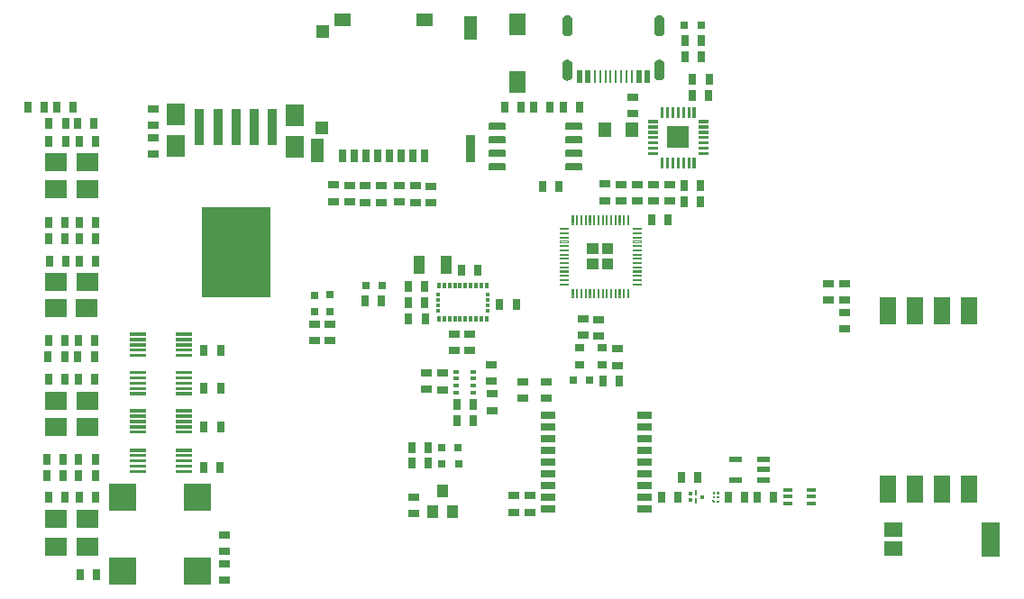
<source format=gbr>
G04 EAGLE Gerber RS-274X export*
G75*
%MOMM*%
%FSLAX34Y34*%
%LPD*%
%INSolderpaste Top*%
%IPPOS*%
%AMOC8*
5,1,8,0,0,1.08239X$1,22.5*%
G01*
%ADD10R,1.600000X2.000000*%
%ADD11R,2.500000X2.500000*%
%ADD12R,1.000000X0.650000*%
%ADD13R,0.650000X1.000000*%
%ADD14R,1.800000X2.150000*%
%ADD15R,2.150000X1.800000*%
%ADD16R,1.700000X3.200000*%
%ADD17R,1.700000X1.450000*%
%ADD18R,0.800000X0.800000*%
%ADD19C,0.145000*%
%ADD20R,1.450000X0.685800*%
%ADD21R,0.500000X0.350000*%
%ADD22R,1.520000X2.540000*%
%ADD23R,0.950000X0.450000*%
%ADD24R,0.800000X1.240000*%
%ADD25R,0.950000X2.500000*%
%ADD26R,1.150000X2.200000*%
%ADD27R,1.160000X1.250000*%
%ADD28R,1.160000X1.200000*%
%ADD29R,1.500000X1.150000*%
%ADD30C,0.125000*%
%ADD31C,0.250000*%
%ADD32C,0.100000*%
%ADD33R,0.425000X0.325000*%
%ADD34R,0.250000X0.525000*%
%ADD35R,1.200000X0.550000*%
%ADD36R,0.300000X0.525000*%
%ADD37R,0.425000X0.300000*%
%ADD38R,0.965200X3.505200*%
%ADD39R,6.553200X8.458200*%
%ADD40C,0.070000*%
%ADD41R,2.000000X2.000000*%
%ADD42C,0.065000*%
%ADD43R,0.575000X1.150000*%
%ADD44R,0.275000X1.150000*%
%ADD45R,0.900000X0.650000*%
%ADD46R,1.000000X1.800000*%
%ADD47R,1.000000X1.270000*%
%ADD48R,1.200000X1.400000*%

G36*
X1285584Y975381D02*
X1285584Y975381D01*
X1285584Y975382D01*
X1285585Y975382D01*
X1286659Y975757D01*
X1286659Y975758D01*
X1286660Y975758D01*
X1287623Y976363D01*
X1287623Y976364D01*
X1287624Y976364D01*
X1288428Y977168D01*
X1288428Y977169D01*
X1288429Y977169D01*
X1289034Y978132D01*
X1289034Y978133D01*
X1289035Y978133D01*
X1289410Y979207D01*
X1289410Y979208D01*
X1289411Y979208D01*
X1289412Y979223D01*
X1289413Y979228D01*
X1289413Y979233D01*
X1289414Y979238D01*
X1289415Y979243D01*
X1289415Y979248D01*
X1289416Y979253D01*
X1289416Y979258D01*
X1289419Y979283D01*
X1289420Y979288D01*
X1289420Y979293D01*
X1289421Y979298D01*
X1289421Y979303D01*
X1289422Y979308D01*
X1289422Y979313D01*
X1289423Y979318D01*
X1289426Y979343D01*
X1289426Y979348D01*
X1289427Y979353D01*
X1289427Y979358D01*
X1289428Y979363D01*
X1289429Y979367D01*
X1289429Y979368D01*
X1289429Y979372D01*
X1289429Y979373D01*
X1289430Y979377D01*
X1289432Y979402D01*
X1289433Y979407D01*
X1289434Y979412D01*
X1289434Y979417D01*
X1289435Y979422D01*
X1289435Y979427D01*
X1289436Y979432D01*
X1289436Y979437D01*
X1289439Y979462D01*
X1289440Y979467D01*
X1289440Y979472D01*
X1289441Y979477D01*
X1289441Y979482D01*
X1289442Y979487D01*
X1289443Y979492D01*
X1289443Y979497D01*
X1289445Y979517D01*
X1289446Y979522D01*
X1289446Y979526D01*
X1289446Y979527D01*
X1289447Y979531D01*
X1289447Y979532D01*
X1289448Y979536D01*
X1289448Y979541D01*
X1289449Y979546D01*
X1289449Y979551D01*
X1289450Y979556D01*
X1289452Y979576D01*
X1289453Y979581D01*
X1289453Y979586D01*
X1289454Y979591D01*
X1289454Y979596D01*
X1289455Y979601D01*
X1289455Y979606D01*
X1289456Y979611D01*
X1289457Y979616D01*
X1289459Y979636D01*
X1289459Y979641D01*
X1289460Y979646D01*
X1289460Y979651D01*
X1289461Y979656D01*
X1289462Y979661D01*
X1289462Y979666D01*
X1289463Y979671D01*
X1289463Y979676D01*
X1289465Y979695D01*
X1289466Y979695D01*
X1289466Y979700D01*
X1289467Y979705D01*
X1289467Y979710D01*
X1289468Y979715D01*
X1289468Y979720D01*
X1289469Y979725D01*
X1289469Y979730D01*
X1289470Y979735D01*
X1289472Y979755D01*
X1289473Y979760D01*
X1289473Y979765D01*
X1289474Y979770D01*
X1289474Y979775D01*
X1289475Y979780D01*
X1289476Y979785D01*
X1289476Y979790D01*
X1289477Y979795D01*
X1289479Y979815D01*
X1289479Y979820D01*
X1289480Y979820D01*
X1289479Y979820D01*
X1289480Y979825D01*
X1289481Y979830D01*
X1289481Y979835D01*
X1289482Y979840D01*
X1289482Y979844D01*
X1289482Y979845D01*
X1289483Y979849D01*
X1289483Y979850D01*
X1289483Y979854D01*
X1289486Y979874D01*
X1289486Y979879D01*
X1289487Y979884D01*
X1289487Y979889D01*
X1289488Y979894D01*
X1289488Y979899D01*
X1289489Y979904D01*
X1289490Y979909D01*
X1289490Y979914D01*
X1289492Y979934D01*
X1289493Y979939D01*
X1289493Y979944D01*
X1289494Y979944D01*
X1289493Y979944D01*
X1289494Y979949D01*
X1289495Y979954D01*
X1289495Y979959D01*
X1289496Y979964D01*
X1289496Y979969D01*
X1289497Y979974D01*
X1289499Y979994D01*
X1289500Y979999D01*
X1289500Y980003D01*
X1289500Y980004D01*
X1289501Y980008D01*
X1289501Y980009D01*
X1289501Y980013D01*
X1289502Y980018D01*
X1289502Y980023D01*
X1289503Y980028D01*
X1289504Y980033D01*
X1289506Y980053D01*
X1289506Y980058D01*
X1289507Y980063D01*
X1289507Y980068D01*
X1289508Y980068D01*
X1289507Y980068D01*
X1289508Y980073D01*
X1289509Y980078D01*
X1289509Y980083D01*
X1289510Y980088D01*
X1289510Y980093D01*
X1289513Y980113D01*
X1289513Y980118D01*
X1289514Y980123D01*
X1289514Y980128D01*
X1289515Y980133D01*
X1289515Y980138D01*
X1289516Y980143D01*
X1289516Y980148D01*
X1289517Y980153D01*
X1289519Y980172D01*
X1289520Y980177D01*
X1289520Y980182D01*
X1289521Y980187D01*
X1289521Y980192D01*
X1289522Y980192D01*
X1289521Y980192D01*
X1289522Y980197D01*
X1289523Y980202D01*
X1289523Y980207D01*
X1289526Y980232D01*
X1289527Y980237D01*
X1289527Y980242D01*
X1289528Y980247D01*
X1289528Y980252D01*
X1289529Y980257D01*
X1289529Y980262D01*
X1289530Y980267D01*
X1289533Y980292D01*
X1289533Y980297D01*
X1289534Y980302D01*
X1289534Y980307D01*
X1289535Y980312D01*
X1289535Y980317D01*
X1289536Y980317D01*
X1289535Y980317D01*
X1289536Y980321D01*
X1289536Y980322D01*
X1289537Y980326D01*
X1289537Y980327D01*
X1289538Y980338D01*
X1289538Y980339D01*
X1289538Y989991D01*
X1289538Y989992D01*
X1289411Y991122D01*
X1289410Y991122D01*
X1289410Y991123D01*
X1289035Y992197D01*
X1289034Y992197D01*
X1289034Y992198D01*
X1288429Y993161D01*
X1288428Y993161D01*
X1288428Y993162D01*
X1287624Y993966D01*
X1287623Y993966D01*
X1287623Y993967D01*
X1286660Y994572D01*
X1286659Y994572D01*
X1286659Y994573D01*
X1285585Y994948D01*
X1285584Y994948D01*
X1285584Y994949D01*
X1284454Y995076D01*
X1284453Y995076D01*
X1284452Y995076D01*
X1284218Y995050D01*
X1283865Y995010D01*
X1283513Y994970D01*
X1283379Y994955D01*
X1283378Y994954D01*
X1283377Y994955D01*
X1282357Y994598D01*
X1282357Y994597D01*
X1282356Y994597D01*
X1281441Y994022D01*
X1280676Y993258D01*
X1280676Y993257D01*
X1280101Y992342D01*
X1280101Y992341D01*
X1280100Y992341D01*
X1279743Y991321D01*
X1279744Y991320D01*
X1279743Y991319D01*
X1279742Y991314D01*
X1279742Y991309D01*
X1279741Y991304D01*
X1279739Y991284D01*
X1279739Y991279D01*
X1279738Y991279D01*
X1279739Y991279D01*
X1279738Y991274D01*
X1279737Y991269D01*
X1279737Y991264D01*
X1279736Y991259D01*
X1279736Y991254D01*
X1279735Y991249D01*
X1279732Y991224D01*
X1279732Y991219D01*
X1279731Y991214D01*
X1279731Y991209D01*
X1279730Y991204D01*
X1279730Y991199D01*
X1279729Y991194D01*
X1279728Y991189D01*
X1279726Y991165D01*
X1279725Y991160D01*
X1279725Y991155D01*
X1279724Y991155D01*
X1279725Y991155D01*
X1279724Y991150D01*
X1279723Y991145D01*
X1279723Y991140D01*
X1279722Y991135D01*
X1279722Y991130D01*
X1279719Y991110D01*
X1279719Y991105D01*
X1279718Y991100D01*
X1279718Y991095D01*
X1279717Y991090D01*
X1279717Y991085D01*
X1279716Y991080D01*
X1279716Y991075D01*
X1279715Y991070D01*
X1279713Y991050D01*
X1279712Y991045D01*
X1279712Y991040D01*
X1279711Y991035D01*
X1279711Y991030D01*
X1279710Y991030D01*
X1279711Y991030D01*
X1279710Y991025D01*
X1279709Y991021D01*
X1279709Y991020D01*
X1279709Y991016D01*
X1279709Y991015D01*
X1279708Y991011D01*
X1279706Y990991D01*
X1279705Y990986D01*
X1279705Y990981D01*
X1279704Y990976D01*
X1279704Y990971D01*
X1279703Y990966D01*
X1279703Y990961D01*
X1279702Y990956D01*
X1279702Y990951D01*
X1279699Y990931D01*
X1279699Y990926D01*
X1279698Y990921D01*
X1279698Y990916D01*
X1279697Y990911D01*
X1279697Y990906D01*
X1279696Y990906D01*
X1279697Y990906D01*
X1279696Y990901D01*
X1279695Y990896D01*
X1279693Y990871D01*
X1279692Y990866D01*
X1279691Y990862D01*
X1279691Y990861D01*
X1279691Y990857D01*
X1279691Y990856D01*
X1279690Y990852D01*
X1279690Y990847D01*
X1279689Y990842D01*
X1279689Y990837D01*
X1279686Y990812D01*
X1279685Y990807D01*
X1279685Y990802D01*
X1279684Y990797D01*
X1279684Y990792D01*
X1279683Y990787D01*
X1279683Y990782D01*
X1279682Y990782D01*
X1279683Y990782D01*
X1279682Y990777D01*
X1279680Y990757D01*
X1279679Y990752D01*
X1279679Y990747D01*
X1279678Y990742D01*
X1279677Y990737D01*
X1279677Y990732D01*
X1279676Y990727D01*
X1279676Y990722D01*
X1279675Y990717D01*
X1279673Y990698D01*
X1279673Y990697D01*
X1279672Y990693D01*
X1279672Y990688D01*
X1279671Y990683D01*
X1279671Y990678D01*
X1279670Y990673D01*
X1279670Y990668D01*
X1279669Y990663D01*
X1279669Y990658D01*
X1279668Y990658D01*
X1279669Y990658D01*
X1279666Y990638D01*
X1279666Y990633D01*
X1279665Y990628D01*
X1279665Y990623D01*
X1279664Y990618D01*
X1279663Y990613D01*
X1279663Y990608D01*
X1279662Y990603D01*
X1279662Y990598D01*
X1279660Y990578D01*
X1279659Y990573D01*
X1279658Y990568D01*
X1279658Y990563D01*
X1279657Y990558D01*
X1279657Y990553D01*
X1279656Y990548D01*
X1279656Y990544D01*
X1279656Y990543D01*
X1279653Y990519D01*
X1279652Y990514D01*
X1279652Y990509D01*
X1279651Y990504D01*
X1279651Y990499D01*
X1279650Y990494D01*
X1279649Y990489D01*
X1279649Y990484D01*
X1279646Y990459D01*
X1279646Y990454D01*
X1279645Y990449D01*
X1279644Y990444D01*
X1279644Y990439D01*
X1279643Y990434D01*
X1279643Y990429D01*
X1279642Y990424D01*
X1279640Y990404D01*
X1279639Y990399D01*
X1279639Y990394D01*
X1279638Y990389D01*
X1279638Y990385D01*
X1279638Y990384D01*
X1279637Y990380D01*
X1279637Y990379D01*
X1279637Y990375D01*
X1279636Y990370D01*
X1279635Y990365D01*
X1279633Y990345D01*
X1279633Y990340D01*
X1279632Y990335D01*
X1279632Y990330D01*
X1279631Y990325D01*
X1279630Y990320D01*
X1279630Y990315D01*
X1279629Y990310D01*
X1279629Y990305D01*
X1279627Y990285D01*
X1279626Y990280D01*
X1279625Y990275D01*
X1279625Y990270D01*
X1279624Y990265D01*
X1279624Y990260D01*
X1279623Y990255D01*
X1279623Y990250D01*
X1279622Y990246D01*
X1279622Y990245D01*
X1279622Y980085D01*
X1279622Y980084D01*
X1279743Y979011D01*
X1279744Y979010D01*
X1279743Y979009D01*
X1280100Y977989D01*
X1280101Y977989D01*
X1280101Y977988D01*
X1280676Y977073D01*
X1281441Y976308D01*
X1282356Y975733D01*
X1282357Y975733D01*
X1282357Y975732D01*
X1283377Y975375D01*
X1283378Y975376D01*
X1283379Y975375D01*
X1284452Y975254D01*
X1284453Y975255D01*
X1284454Y975254D01*
X1285584Y975381D01*
G37*
G36*
X1199224Y975381D02*
X1199224Y975381D01*
X1199224Y975382D01*
X1199225Y975382D01*
X1200299Y975757D01*
X1200299Y975758D01*
X1200300Y975758D01*
X1201263Y976363D01*
X1201263Y976364D01*
X1201264Y976364D01*
X1202068Y977168D01*
X1202068Y977169D01*
X1202069Y977169D01*
X1202674Y978132D01*
X1202674Y978133D01*
X1202675Y978133D01*
X1203050Y979207D01*
X1203050Y979208D01*
X1203051Y979208D01*
X1203052Y979223D01*
X1203053Y979228D01*
X1203053Y979233D01*
X1203054Y979238D01*
X1203055Y979243D01*
X1203055Y979248D01*
X1203056Y979253D01*
X1203056Y979258D01*
X1203059Y979283D01*
X1203060Y979288D01*
X1203060Y979293D01*
X1203061Y979298D01*
X1203061Y979303D01*
X1203062Y979308D01*
X1203062Y979313D01*
X1203063Y979318D01*
X1203066Y979343D01*
X1203066Y979348D01*
X1203067Y979353D01*
X1203067Y979358D01*
X1203068Y979363D01*
X1203069Y979367D01*
X1203069Y979368D01*
X1203069Y979372D01*
X1203069Y979373D01*
X1203070Y979377D01*
X1203072Y979402D01*
X1203073Y979407D01*
X1203074Y979412D01*
X1203074Y979417D01*
X1203075Y979422D01*
X1203075Y979427D01*
X1203076Y979432D01*
X1203076Y979437D01*
X1203079Y979462D01*
X1203080Y979467D01*
X1203080Y979472D01*
X1203081Y979477D01*
X1203081Y979482D01*
X1203082Y979487D01*
X1203083Y979492D01*
X1203083Y979497D01*
X1203085Y979517D01*
X1203086Y979522D01*
X1203086Y979526D01*
X1203086Y979527D01*
X1203087Y979531D01*
X1203087Y979532D01*
X1203088Y979536D01*
X1203088Y979541D01*
X1203089Y979546D01*
X1203089Y979551D01*
X1203090Y979556D01*
X1203092Y979576D01*
X1203093Y979581D01*
X1203093Y979586D01*
X1203094Y979591D01*
X1203094Y979596D01*
X1203095Y979601D01*
X1203095Y979606D01*
X1203096Y979611D01*
X1203097Y979616D01*
X1203099Y979636D01*
X1203099Y979641D01*
X1203100Y979646D01*
X1203100Y979651D01*
X1203101Y979656D01*
X1203102Y979661D01*
X1203102Y979666D01*
X1203103Y979671D01*
X1203103Y979676D01*
X1203105Y979695D01*
X1203106Y979695D01*
X1203106Y979700D01*
X1203107Y979705D01*
X1203107Y979710D01*
X1203108Y979715D01*
X1203108Y979720D01*
X1203109Y979725D01*
X1203109Y979730D01*
X1203110Y979735D01*
X1203112Y979755D01*
X1203113Y979760D01*
X1203113Y979765D01*
X1203114Y979770D01*
X1203114Y979775D01*
X1203115Y979780D01*
X1203116Y979785D01*
X1203116Y979790D01*
X1203117Y979795D01*
X1203119Y979815D01*
X1203119Y979820D01*
X1203120Y979820D01*
X1203119Y979820D01*
X1203120Y979825D01*
X1203121Y979830D01*
X1203121Y979835D01*
X1203122Y979840D01*
X1203122Y979844D01*
X1203122Y979845D01*
X1203123Y979849D01*
X1203123Y979850D01*
X1203123Y979854D01*
X1203126Y979874D01*
X1203126Y979879D01*
X1203127Y979884D01*
X1203127Y979889D01*
X1203128Y979894D01*
X1203128Y979899D01*
X1203129Y979904D01*
X1203130Y979909D01*
X1203130Y979914D01*
X1203132Y979934D01*
X1203133Y979939D01*
X1203133Y979944D01*
X1203134Y979944D01*
X1203133Y979944D01*
X1203134Y979949D01*
X1203135Y979954D01*
X1203135Y979959D01*
X1203136Y979964D01*
X1203136Y979969D01*
X1203137Y979974D01*
X1203139Y979994D01*
X1203140Y979999D01*
X1203140Y980003D01*
X1203140Y980004D01*
X1203141Y980008D01*
X1203141Y980009D01*
X1203141Y980013D01*
X1203142Y980018D01*
X1203142Y980023D01*
X1203143Y980028D01*
X1203144Y980033D01*
X1203146Y980053D01*
X1203146Y980058D01*
X1203147Y980063D01*
X1203147Y980068D01*
X1203148Y980068D01*
X1203147Y980068D01*
X1203148Y980073D01*
X1203149Y980078D01*
X1203149Y980083D01*
X1203150Y980088D01*
X1203150Y980093D01*
X1203153Y980113D01*
X1203153Y980118D01*
X1203154Y980123D01*
X1203154Y980128D01*
X1203155Y980133D01*
X1203155Y980138D01*
X1203156Y980143D01*
X1203156Y980148D01*
X1203157Y980153D01*
X1203159Y980172D01*
X1203160Y980177D01*
X1203160Y980182D01*
X1203161Y980187D01*
X1203161Y980192D01*
X1203162Y980192D01*
X1203161Y980192D01*
X1203162Y980197D01*
X1203163Y980202D01*
X1203163Y980207D01*
X1203166Y980232D01*
X1203167Y980237D01*
X1203167Y980242D01*
X1203168Y980247D01*
X1203168Y980252D01*
X1203169Y980257D01*
X1203169Y980262D01*
X1203170Y980267D01*
X1203173Y980292D01*
X1203173Y980297D01*
X1203174Y980302D01*
X1203174Y980307D01*
X1203175Y980312D01*
X1203175Y980317D01*
X1203176Y980317D01*
X1203175Y980317D01*
X1203176Y980321D01*
X1203176Y980322D01*
X1203177Y980326D01*
X1203177Y980327D01*
X1203178Y980338D01*
X1203178Y980339D01*
X1203178Y989991D01*
X1203178Y989992D01*
X1203051Y991122D01*
X1203050Y991122D01*
X1203050Y991123D01*
X1202675Y992197D01*
X1202674Y992197D01*
X1202674Y992198D01*
X1202069Y993161D01*
X1202068Y993161D01*
X1202068Y993162D01*
X1201264Y993966D01*
X1201263Y993966D01*
X1201263Y993967D01*
X1200300Y994572D01*
X1200299Y994572D01*
X1200299Y994573D01*
X1199225Y994948D01*
X1199224Y994948D01*
X1199224Y994949D01*
X1198094Y995076D01*
X1198093Y995076D01*
X1198092Y995076D01*
X1197858Y995050D01*
X1197505Y995010D01*
X1197153Y994970D01*
X1197019Y994955D01*
X1197018Y994954D01*
X1197017Y994955D01*
X1195997Y994598D01*
X1195997Y994597D01*
X1195996Y994597D01*
X1195081Y994022D01*
X1194316Y993258D01*
X1194316Y993257D01*
X1193741Y992342D01*
X1193741Y992341D01*
X1193740Y992341D01*
X1193383Y991321D01*
X1193384Y991320D01*
X1193383Y991319D01*
X1193382Y991314D01*
X1193382Y991309D01*
X1193381Y991304D01*
X1193379Y991284D01*
X1193379Y991279D01*
X1193378Y991279D01*
X1193379Y991279D01*
X1193378Y991274D01*
X1193377Y991269D01*
X1193377Y991264D01*
X1193376Y991259D01*
X1193376Y991254D01*
X1193375Y991249D01*
X1193372Y991224D01*
X1193372Y991219D01*
X1193371Y991214D01*
X1193371Y991209D01*
X1193370Y991204D01*
X1193370Y991199D01*
X1193369Y991194D01*
X1193368Y991189D01*
X1193366Y991165D01*
X1193365Y991160D01*
X1193365Y991155D01*
X1193364Y991155D01*
X1193365Y991155D01*
X1193364Y991150D01*
X1193363Y991145D01*
X1193363Y991140D01*
X1193362Y991135D01*
X1193362Y991130D01*
X1193359Y991110D01*
X1193359Y991105D01*
X1193358Y991100D01*
X1193358Y991095D01*
X1193357Y991090D01*
X1193357Y991085D01*
X1193356Y991080D01*
X1193356Y991075D01*
X1193355Y991070D01*
X1193353Y991050D01*
X1193352Y991045D01*
X1193352Y991040D01*
X1193351Y991035D01*
X1193351Y991030D01*
X1193350Y991030D01*
X1193351Y991030D01*
X1193350Y991025D01*
X1193349Y991021D01*
X1193349Y991020D01*
X1193349Y991016D01*
X1193349Y991015D01*
X1193348Y991011D01*
X1193346Y990991D01*
X1193345Y990986D01*
X1193345Y990981D01*
X1193344Y990976D01*
X1193344Y990971D01*
X1193343Y990966D01*
X1193343Y990961D01*
X1193342Y990956D01*
X1193342Y990951D01*
X1193339Y990931D01*
X1193339Y990926D01*
X1193338Y990921D01*
X1193338Y990916D01*
X1193337Y990911D01*
X1193337Y990906D01*
X1193336Y990906D01*
X1193337Y990906D01*
X1193336Y990901D01*
X1193335Y990896D01*
X1193333Y990871D01*
X1193332Y990866D01*
X1193331Y990862D01*
X1193331Y990861D01*
X1193331Y990857D01*
X1193331Y990856D01*
X1193330Y990852D01*
X1193330Y990847D01*
X1193329Y990842D01*
X1193329Y990837D01*
X1193326Y990812D01*
X1193325Y990807D01*
X1193325Y990802D01*
X1193324Y990797D01*
X1193324Y990792D01*
X1193323Y990787D01*
X1193323Y990782D01*
X1193322Y990782D01*
X1193323Y990782D01*
X1193322Y990777D01*
X1193320Y990757D01*
X1193319Y990752D01*
X1193319Y990747D01*
X1193318Y990742D01*
X1193317Y990737D01*
X1193317Y990732D01*
X1193316Y990727D01*
X1193316Y990722D01*
X1193315Y990717D01*
X1193313Y990698D01*
X1193313Y990697D01*
X1193312Y990693D01*
X1193312Y990688D01*
X1193311Y990683D01*
X1193311Y990678D01*
X1193310Y990673D01*
X1193310Y990668D01*
X1193309Y990663D01*
X1193309Y990658D01*
X1193308Y990658D01*
X1193309Y990658D01*
X1193306Y990638D01*
X1193306Y990633D01*
X1193305Y990628D01*
X1193305Y990623D01*
X1193304Y990618D01*
X1193303Y990613D01*
X1193303Y990608D01*
X1193302Y990603D01*
X1193302Y990598D01*
X1193300Y990578D01*
X1193299Y990573D01*
X1193298Y990568D01*
X1193298Y990563D01*
X1193297Y990558D01*
X1193297Y990553D01*
X1193296Y990548D01*
X1193296Y990544D01*
X1193296Y990543D01*
X1193293Y990519D01*
X1193292Y990514D01*
X1193292Y990509D01*
X1193291Y990504D01*
X1193291Y990499D01*
X1193290Y990494D01*
X1193289Y990489D01*
X1193289Y990484D01*
X1193286Y990459D01*
X1193286Y990454D01*
X1193285Y990449D01*
X1193284Y990444D01*
X1193284Y990439D01*
X1193283Y990434D01*
X1193283Y990429D01*
X1193282Y990424D01*
X1193280Y990404D01*
X1193279Y990399D01*
X1193279Y990394D01*
X1193278Y990389D01*
X1193278Y990385D01*
X1193278Y990384D01*
X1193277Y990380D01*
X1193277Y990379D01*
X1193277Y990375D01*
X1193276Y990370D01*
X1193275Y990365D01*
X1193273Y990345D01*
X1193273Y990340D01*
X1193272Y990335D01*
X1193272Y990330D01*
X1193271Y990325D01*
X1193270Y990320D01*
X1193270Y990315D01*
X1193269Y990310D01*
X1193269Y990305D01*
X1193267Y990285D01*
X1193266Y990280D01*
X1193265Y990275D01*
X1193265Y990270D01*
X1193264Y990265D01*
X1193264Y990260D01*
X1193263Y990255D01*
X1193263Y990250D01*
X1193262Y990246D01*
X1193262Y990245D01*
X1193262Y980085D01*
X1193262Y980084D01*
X1193383Y979011D01*
X1193384Y979010D01*
X1193383Y979009D01*
X1193740Y977989D01*
X1193741Y977989D01*
X1193741Y977988D01*
X1194316Y977073D01*
X1195081Y976308D01*
X1195996Y975733D01*
X1195997Y975733D01*
X1195997Y975732D01*
X1197017Y975375D01*
X1197018Y975376D01*
X1197019Y975375D01*
X1198092Y975254D01*
X1198093Y975255D01*
X1198094Y975254D01*
X1199224Y975381D01*
G37*
G36*
X1285711Y933598D02*
X1285711Y933598D01*
X1285711Y933599D01*
X1285712Y933599D01*
X1286786Y933974D01*
X1286786Y933975D01*
X1286787Y933975D01*
X1287750Y934580D01*
X1287750Y934581D01*
X1287751Y934581D01*
X1288555Y935385D01*
X1288555Y935386D01*
X1288556Y935386D01*
X1289161Y936349D01*
X1289161Y936350D01*
X1289162Y936350D01*
X1289537Y937424D01*
X1289537Y937425D01*
X1289538Y937425D01*
X1289539Y937440D01*
X1289540Y937445D01*
X1289540Y937450D01*
X1289541Y937455D01*
X1289542Y937460D01*
X1289542Y937465D01*
X1289543Y937470D01*
X1289543Y937475D01*
X1289546Y937500D01*
X1289547Y937505D01*
X1289547Y937510D01*
X1289548Y937515D01*
X1289548Y937520D01*
X1289549Y937525D01*
X1289549Y937530D01*
X1289550Y937535D01*
X1289553Y937560D01*
X1289553Y937565D01*
X1289554Y937570D01*
X1289554Y937575D01*
X1289555Y937580D01*
X1289556Y937584D01*
X1289556Y937585D01*
X1289556Y937589D01*
X1289556Y937590D01*
X1289557Y937594D01*
X1289559Y937619D01*
X1289560Y937624D01*
X1289561Y937629D01*
X1289561Y937634D01*
X1289562Y937639D01*
X1289562Y937644D01*
X1289563Y937649D01*
X1289563Y937654D01*
X1289566Y937679D01*
X1289567Y937684D01*
X1289567Y937689D01*
X1289568Y937694D01*
X1289568Y937699D01*
X1289569Y937704D01*
X1289570Y937709D01*
X1289570Y937714D01*
X1289572Y937734D01*
X1289573Y937739D01*
X1289573Y937743D01*
X1289573Y937744D01*
X1289574Y937748D01*
X1289574Y937749D01*
X1289575Y937753D01*
X1289575Y937758D01*
X1289576Y937763D01*
X1289576Y937768D01*
X1289577Y937773D01*
X1289579Y937793D01*
X1289580Y937798D01*
X1289580Y937803D01*
X1289581Y937808D01*
X1289581Y937813D01*
X1289582Y937818D01*
X1289582Y937823D01*
X1289583Y937828D01*
X1289584Y937833D01*
X1289586Y937853D01*
X1289586Y937858D01*
X1289587Y937863D01*
X1289587Y937868D01*
X1289588Y937873D01*
X1289589Y937878D01*
X1289589Y937883D01*
X1289590Y937888D01*
X1289590Y937893D01*
X1289592Y937912D01*
X1289593Y937912D01*
X1289593Y937917D01*
X1289594Y937922D01*
X1289594Y937927D01*
X1289595Y937932D01*
X1289595Y937937D01*
X1289596Y937942D01*
X1289596Y937947D01*
X1289597Y937952D01*
X1289599Y937972D01*
X1289600Y937977D01*
X1289600Y937982D01*
X1289601Y937987D01*
X1289601Y937992D01*
X1289602Y937997D01*
X1289603Y938002D01*
X1289603Y938007D01*
X1289604Y938012D01*
X1289606Y938032D01*
X1289606Y938037D01*
X1289607Y938037D01*
X1289606Y938037D01*
X1289607Y938042D01*
X1289608Y938047D01*
X1289608Y938052D01*
X1289609Y938057D01*
X1289609Y938061D01*
X1289609Y938062D01*
X1289610Y938066D01*
X1289610Y938067D01*
X1289610Y938071D01*
X1289613Y938091D01*
X1289613Y938096D01*
X1289614Y938101D01*
X1289614Y938106D01*
X1289615Y938111D01*
X1289615Y938116D01*
X1289616Y938121D01*
X1289617Y938126D01*
X1289617Y938131D01*
X1289619Y938151D01*
X1289620Y938156D01*
X1289620Y938161D01*
X1289621Y938161D01*
X1289620Y938161D01*
X1289621Y938166D01*
X1289622Y938171D01*
X1289622Y938176D01*
X1289623Y938181D01*
X1289623Y938186D01*
X1289624Y938191D01*
X1289626Y938211D01*
X1289627Y938216D01*
X1289627Y938220D01*
X1289627Y938221D01*
X1289628Y938225D01*
X1289628Y938226D01*
X1289628Y938230D01*
X1289629Y938235D01*
X1289629Y938240D01*
X1289630Y938245D01*
X1289631Y938250D01*
X1289633Y938270D01*
X1289633Y938275D01*
X1289634Y938280D01*
X1289634Y938285D01*
X1289635Y938285D01*
X1289634Y938285D01*
X1289635Y938290D01*
X1289636Y938295D01*
X1289636Y938300D01*
X1289637Y938305D01*
X1289637Y938310D01*
X1289640Y938330D01*
X1289640Y938335D01*
X1289641Y938340D01*
X1289641Y938345D01*
X1289642Y938350D01*
X1289642Y938355D01*
X1289643Y938360D01*
X1289643Y938365D01*
X1289644Y938370D01*
X1289646Y938389D01*
X1289647Y938394D01*
X1289647Y938399D01*
X1289648Y938404D01*
X1289648Y938409D01*
X1289649Y938409D01*
X1289648Y938409D01*
X1289649Y938414D01*
X1289650Y938419D01*
X1289650Y938424D01*
X1289653Y938449D01*
X1289654Y938454D01*
X1289654Y938459D01*
X1289655Y938464D01*
X1289655Y938469D01*
X1289656Y938474D01*
X1289656Y938479D01*
X1289657Y938484D01*
X1289660Y938509D01*
X1289660Y938514D01*
X1289661Y938519D01*
X1289661Y938524D01*
X1289662Y938529D01*
X1289662Y938534D01*
X1289663Y938534D01*
X1289662Y938534D01*
X1289663Y938538D01*
X1289663Y938539D01*
X1289664Y938543D01*
X1289664Y938544D01*
X1289665Y938555D01*
X1289665Y938556D01*
X1289665Y948208D01*
X1289665Y948209D01*
X1289538Y949339D01*
X1289537Y949339D01*
X1289537Y949340D01*
X1289162Y950414D01*
X1289161Y950414D01*
X1289161Y950415D01*
X1288556Y951378D01*
X1288555Y951378D01*
X1288555Y951379D01*
X1287751Y952183D01*
X1287750Y952183D01*
X1287750Y952184D01*
X1286787Y952789D01*
X1286786Y952789D01*
X1286786Y952790D01*
X1285712Y953165D01*
X1285711Y953165D01*
X1285711Y953166D01*
X1284581Y953293D01*
X1284580Y953293D01*
X1284579Y953293D01*
X1284345Y953267D01*
X1283992Y953227D01*
X1283640Y953187D01*
X1283506Y953172D01*
X1283505Y953171D01*
X1283504Y953172D01*
X1282484Y952815D01*
X1282484Y952814D01*
X1282483Y952814D01*
X1281568Y952239D01*
X1280803Y951475D01*
X1280803Y951474D01*
X1280228Y950559D01*
X1280228Y950558D01*
X1280227Y950558D01*
X1279870Y949538D01*
X1279871Y949537D01*
X1279870Y949536D01*
X1279869Y949531D01*
X1279869Y949526D01*
X1279868Y949521D01*
X1279866Y949501D01*
X1279866Y949496D01*
X1279865Y949496D01*
X1279866Y949496D01*
X1279865Y949491D01*
X1279864Y949486D01*
X1279864Y949481D01*
X1279863Y949476D01*
X1279863Y949471D01*
X1279862Y949466D01*
X1279859Y949441D01*
X1279859Y949436D01*
X1279858Y949431D01*
X1279858Y949426D01*
X1279857Y949421D01*
X1279857Y949416D01*
X1279856Y949411D01*
X1279855Y949406D01*
X1279853Y949382D01*
X1279852Y949377D01*
X1279852Y949372D01*
X1279851Y949372D01*
X1279852Y949372D01*
X1279851Y949367D01*
X1279850Y949362D01*
X1279850Y949357D01*
X1279849Y949352D01*
X1279849Y949347D01*
X1279846Y949327D01*
X1279846Y949322D01*
X1279845Y949317D01*
X1279845Y949312D01*
X1279844Y949307D01*
X1279844Y949302D01*
X1279843Y949297D01*
X1279843Y949292D01*
X1279842Y949287D01*
X1279840Y949267D01*
X1279839Y949262D01*
X1279839Y949257D01*
X1279838Y949252D01*
X1279838Y949247D01*
X1279837Y949247D01*
X1279838Y949247D01*
X1279837Y949242D01*
X1279836Y949238D01*
X1279836Y949237D01*
X1279836Y949233D01*
X1279836Y949232D01*
X1279835Y949228D01*
X1279833Y949208D01*
X1279832Y949203D01*
X1279832Y949198D01*
X1279831Y949193D01*
X1279831Y949188D01*
X1279830Y949183D01*
X1279830Y949178D01*
X1279829Y949173D01*
X1279829Y949168D01*
X1279826Y949148D01*
X1279826Y949143D01*
X1279825Y949138D01*
X1279825Y949133D01*
X1279824Y949128D01*
X1279824Y949123D01*
X1279823Y949123D01*
X1279824Y949123D01*
X1279823Y949118D01*
X1279822Y949113D01*
X1279820Y949088D01*
X1279819Y949083D01*
X1279818Y949079D01*
X1279818Y949078D01*
X1279818Y949074D01*
X1279818Y949073D01*
X1279817Y949069D01*
X1279817Y949064D01*
X1279816Y949059D01*
X1279816Y949054D01*
X1279813Y949029D01*
X1279812Y949024D01*
X1279812Y949019D01*
X1279811Y949014D01*
X1279811Y949009D01*
X1279810Y949004D01*
X1279810Y948999D01*
X1279809Y948999D01*
X1279810Y948999D01*
X1279809Y948994D01*
X1279807Y948974D01*
X1279806Y948969D01*
X1279806Y948964D01*
X1279805Y948959D01*
X1279804Y948954D01*
X1279804Y948949D01*
X1279803Y948944D01*
X1279803Y948939D01*
X1279802Y948934D01*
X1279800Y948915D01*
X1279800Y948914D01*
X1279799Y948910D01*
X1279799Y948905D01*
X1279798Y948900D01*
X1279798Y948895D01*
X1279797Y948890D01*
X1279797Y948885D01*
X1279796Y948880D01*
X1279796Y948875D01*
X1279795Y948875D01*
X1279796Y948875D01*
X1279793Y948855D01*
X1279793Y948850D01*
X1279792Y948845D01*
X1279792Y948840D01*
X1279791Y948835D01*
X1279790Y948830D01*
X1279790Y948825D01*
X1279789Y948820D01*
X1279789Y948815D01*
X1279787Y948795D01*
X1279786Y948790D01*
X1279785Y948785D01*
X1279785Y948780D01*
X1279784Y948775D01*
X1279784Y948770D01*
X1279783Y948765D01*
X1279783Y948761D01*
X1279783Y948760D01*
X1279780Y948736D01*
X1279779Y948731D01*
X1279779Y948726D01*
X1279778Y948721D01*
X1279778Y948716D01*
X1279777Y948711D01*
X1279776Y948706D01*
X1279776Y948701D01*
X1279773Y948676D01*
X1279773Y948671D01*
X1279772Y948666D01*
X1279771Y948661D01*
X1279771Y948656D01*
X1279770Y948651D01*
X1279770Y948646D01*
X1279769Y948641D01*
X1279767Y948621D01*
X1279766Y948616D01*
X1279766Y948611D01*
X1279765Y948606D01*
X1279765Y948602D01*
X1279765Y948601D01*
X1279764Y948597D01*
X1279764Y948596D01*
X1279764Y948592D01*
X1279763Y948587D01*
X1279762Y948582D01*
X1279760Y948562D01*
X1279760Y948557D01*
X1279759Y948552D01*
X1279759Y948547D01*
X1279758Y948542D01*
X1279757Y948537D01*
X1279757Y948532D01*
X1279756Y948527D01*
X1279756Y948522D01*
X1279754Y948502D01*
X1279753Y948497D01*
X1279752Y948492D01*
X1279752Y948487D01*
X1279751Y948482D01*
X1279751Y948477D01*
X1279750Y948472D01*
X1279750Y948467D01*
X1279749Y948463D01*
X1279749Y948462D01*
X1279749Y938302D01*
X1279749Y938301D01*
X1279870Y937228D01*
X1279871Y937227D01*
X1279870Y937226D01*
X1280227Y936206D01*
X1280228Y936206D01*
X1280228Y936205D01*
X1280803Y935290D01*
X1281568Y934525D01*
X1282483Y933950D01*
X1282484Y933950D01*
X1282484Y933949D01*
X1283504Y933592D01*
X1283505Y933593D01*
X1283506Y933592D01*
X1284579Y933471D01*
X1284580Y933472D01*
X1284581Y933471D01*
X1285711Y933598D01*
G37*
G36*
X1199224Y933471D02*
X1199224Y933471D01*
X1199224Y933472D01*
X1199225Y933472D01*
X1200299Y933847D01*
X1200299Y933848D01*
X1200300Y933848D01*
X1201263Y934453D01*
X1201263Y934454D01*
X1201264Y934454D01*
X1202068Y935258D01*
X1202068Y935259D01*
X1202069Y935259D01*
X1202674Y936222D01*
X1202674Y936223D01*
X1202675Y936223D01*
X1203050Y937297D01*
X1203050Y937298D01*
X1203051Y937298D01*
X1203052Y937313D01*
X1203053Y937318D01*
X1203053Y937323D01*
X1203054Y937328D01*
X1203055Y937333D01*
X1203055Y937338D01*
X1203056Y937343D01*
X1203056Y937348D01*
X1203059Y937373D01*
X1203060Y937378D01*
X1203060Y937383D01*
X1203061Y937388D01*
X1203061Y937393D01*
X1203062Y937398D01*
X1203062Y937403D01*
X1203063Y937408D01*
X1203066Y937433D01*
X1203066Y937438D01*
X1203067Y937443D01*
X1203067Y937448D01*
X1203068Y937453D01*
X1203069Y937457D01*
X1203069Y937458D01*
X1203069Y937462D01*
X1203069Y937463D01*
X1203070Y937467D01*
X1203072Y937492D01*
X1203073Y937497D01*
X1203074Y937502D01*
X1203074Y937507D01*
X1203075Y937512D01*
X1203075Y937517D01*
X1203076Y937522D01*
X1203076Y937527D01*
X1203079Y937552D01*
X1203080Y937557D01*
X1203080Y937562D01*
X1203081Y937567D01*
X1203081Y937572D01*
X1203082Y937577D01*
X1203083Y937582D01*
X1203083Y937587D01*
X1203085Y937607D01*
X1203086Y937612D01*
X1203086Y937616D01*
X1203086Y937617D01*
X1203087Y937621D01*
X1203087Y937622D01*
X1203088Y937626D01*
X1203088Y937631D01*
X1203089Y937636D01*
X1203089Y937641D01*
X1203090Y937646D01*
X1203092Y937666D01*
X1203093Y937671D01*
X1203093Y937676D01*
X1203094Y937681D01*
X1203094Y937686D01*
X1203095Y937691D01*
X1203095Y937696D01*
X1203096Y937701D01*
X1203097Y937706D01*
X1203099Y937726D01*
X1203099Y937731D01*
X1203100Y937736D01*
X1203100Y937741D01*
X1203101Y937746D01*
X1203102Y937751D01*
X1203102Y937756D01*
X1203103Y937761D01*
X1203103Y937766D01*
X1203105Y937785D01*
X1203106Y937785D01*
X1203106Y937790D01*
X1203107Y937795D01*
X1203107Y937800D01*
X1203108Y937805D01*
X1203108Y937810D01*
X1203109Y937815D01*
X1203109Y937820D01*
X1203110Y937825D01*
X1203112Y937845D01*
X1203113Y937850D01*
X1203113Y937855D01*
X1203114Y937860D01*
X1203114Y937865D01*
X1203115Y937870D01*
X1203116Y937875D01*
X1203116Y937880D01*
X1203117Y937885D01*
X1203119Y937905D01*
X1203119Y937910D01*
X1203120Y937910D01*
X1203119Y937910D01*
X1203120Y937915D01*
X1203121Y937920D01*
X1203121Y937925D01*
X1203122Y937930D01*
X1203122Y937934D01*
X1203122Y937935D01*
X1203123Y937939D01*
X1203123Y937940D01*
X1203123Y937944D01*
X1203126Y937964D01*
X1203126Y937969D01*
X1203127Y937974D01*
X1203127Y937979D01*
X1203128Y937984D01*
X1203128Y937989D01*
X1203129Y937994D01*
X1203130Y937999D01*
X1203130Y938004D01*
X1203132Y938024D01*
X1203133Y938029D01*
X1203133Y938034D01*
X1203134Y938034D01*
X1203133Y938034D01*
X1203134Y938039D01*
X1203135Y938044D01*
X1203135Y938049D01*
X1203136Y938054D01*
X1203136Y938059D01*
X1203137Y938064D01*
X1203139Y938084D01*
X1203140Y938089D01*
X1203140Y938093D01*
X1203140Y938094D01*
X1203141Y938098D01*
X1203141Y938099D01*
X1203141Y938103D01*
X1203142Y938108D01*
X1203142Y938113D01*
X1203143Y938118D01*
X1203144Y938123D01*
X1203146Y938143D01*
X1203146Y938148D01*
X1203147Y938153D01*
X1203147Y938158D01*
X1203148Y938158D01*
X1203147Y938158D01*
X1203148Y938163D01*
X1203149Y938168D01*
X1203149Y938173D01*
X1203150Y938178D01*
X1203150Y938183D01*
X1203153Y938203D01*
X1203153Y938208D01*
X1203154Y938213D01*
X1203154Y938218D01*
X1203155Y938223D01*
X1203155Y938228D01*
X1203156Y938233D01*
X1203156Y938238D01*
X1203157Y938243D01*
X1203159Y938262D01*
X1203160Y938267D01*
X1203160Y938272D01*
X1203161Y938277D01*
X1203161Y938282D01*
X1203162Y938282D01*
X1203161Y938282D01*
X1203162Y938287D01*
X1203163Y938292D01*
X1203163Y938297D01*
X1203166Y938322D01*
X1203167Y938327D01*
X1203167Y938332D01*
X1203168Y938337D01*
X1203168Y938342D01*
X1203169Y938347D01*
X1203169Y938352D01*
X1203170Y938357D01*
X1203173Y938382D01*
X1203173Y938387D01*
X1203174Y938392D01*
X1203174Y938397D01*
X1203175Y938402D01*
X1203175Y938407D01*
X1203176Y938407D01*
X1203175Y938407D01*
X1203176Y938411D01*
X1203176Y938412D01*
X1203177Y938416D01*
X1203177Y938417D01*
X1203178Y938428D01*
X1203178Y938429D01*
X1203178Y948081D01*
X1203178Y948082D01*
X1203051Y949212D01*
X1203050Y949212D01*
X1203050Y949213D01*
X1202675Y950287D01*
X1202674Y950287D01*
X1202674Y950288D01*
X1202069Y951251D01*
X1202068Y951251D01*
X1202068Y951252D01*
X1201264Y952056D01*
X1201263Y952056D01*
X1201263Y952057D01*
X1200300Y952662D01*
X1200299Y952662D01*
X1200299Y952663D01*
X1199225Y953038D01*
X1199224Y953038D01*
X1199224Y953039D01*
X1198094Y953166D01*
X1198093Y953166D01*
X1198092Y953166D01*
X1197858Y953140D01*
X1197505Y953100D01*
X1197153Y953060D01*
X1197019Y953045D01*
X1197018Y953044D01*
X1197017Y953045D01*
X1195997Y952688D01*
X1195997Y952687D01*
X1195996Y952687D01*
X1195081Y952112D01*
X1194316Y951348D01*
X1194316Y951347D01*
X1193741Y950432D01*
X1193741Y950431D01*
X1193740Y950431D01*
X1193383Y949411D01*
X1193384Y949410D01*
X1193383Y949409D01*
X1193382Y949404D01*
X1193382Y949399D01*
X1193381Y949394D01*
X1193379Y949374D01*
X1193379Y949369D01*
X1193378Y949369D01*
X1193379Y949369D01*
X1193378Y949364D01*
X1193377Y949359D01*
X1193377Y949354D01*
X1193376Y949349D01*
X1193376Y949344D01*
X1193375Y949339D01*
X1193372Y949314D01*
X1193372Y949309D01*
X1193371Y949304D01*
X1193371Y949299D01*
X1193370Y949294D01*
X1193370Y949289D01*
X1193369Y949284D01*
X1193368Y949279D01*
X1193366Y949255D01*
X1193365Y949250D01*
X1193365Y949245D01*
X1193364Y949245D01*
X1193365Y949245D01*
X1193364Y949240D01*
X1193363Y949235D01*
X1193363Y949230D01*
X1193362Y949225D01*
X1193362Y949220D01*
X1193359Y949200D01*
X1193359Y949195D01*
X1193358Y949190D01*
X1193358Y949185D01*
X1193357Y949180D01*
X1193357Y949175D01*
X1193356Y949170D01*
X1193356Y949165D01*
X1193355Y949160D01*
X1193353Y949140D01*
X1193352Y949135D01*
X1193352Y949130D01*
X1193351Y949125D01*
X1193351Y949120D01*
X1193350Y949120D01*
X1193351Y949120D01*
X1193350Y949115D01*
X1193349Y949111D01*
X1193349Y949110D01*
X1193349Y949106D01*
X1193349Y949105D01*
X1193348Y949101D01*
X1193346Y949081D01*
X1193345Y949076D01*
X1193345Y949071D01*
X1193344Y949066D01*
X1193344Y949061D01*
X1193343Y949056D01*
X1193343Y949051D01*
X1193342Y949046D01*
X1193342Y949041D01*
X1193339Y949021D01*
X1193339Y949016D01*
X1193338Y949011D01*
X1193338Y949006D01*
X1193337Y949001D01*
X1193337Y948996D01*
X1193336Y948996D01*
X1193337Y948996D01*
X1193336Y948991D01*
X1193335Y948986D01*
X1193333Y948961D01*
X1193332Y948956D01*
X1193331Y948952D01*
X1193331Y948951D01*
X1193331Y948947D01*
X1193331Y948946D01*
X1193330Y948942D01*
X1193330Y948937D01*
X1193329Y948932D01*
X1193329Y948927D01*
X1193326Y948902D01*
X1193325Y948897D01*
X1193325Y948892D01*
X1193324Y948887D01*
X1193324Y948882D01*
X1193323Y948877D01*
X1193323Y948872D01*
X1193322Y948872D01*
X1193323Y948872D01*
X1193322Y948867D01*
X1193320Y948847D01*
X1193319Y948842D01*
X1193319Y948837D01*
X1193318Y948832D01*
X1193317Y948827D01*
X1193317Y948822D01*
X1193316Y948817D01*
X1193316Y948812D01*
X1193315Y948807D01*
X1193313Y948788D01*
X1193313Y948787D01*
X1193312Y948783D01*
X1193312Y948778D01*
X1193311Y948773D01*
X1193311Y948768D01*
X1193310Y948763D01*
X1193310Y948758D01*
X1193309Y948753D01*
X1193309Y948748D01*
X1193308Y948748D01*
X1193309Y948748D01*
X1193306Y948728D01*
X1193306Y948723D01*
X1193305Y948718D01*
X1193305Y948713D01*
X1193304Y948708D01*
X1193303Y948703D01*
X1193303Y948698D01*
X1193302Y948693D01*
X1193302Y948688D01*
X1193300Y948668D01*
X1193299Y948663D01*
X1193298Y948658D01*
X1193298Y948653D01*
X1193297Y948648D01*
X1193297Y948643D01*
X1193296Y948638D01*
X1193296Y948634D01*
X1193296Y948633D01*
X1193293Y948609D01*
X1193292Y948604D01*
X1193292Y948599D01*
X1193291Y948594D01*
X1193291Y948589D01*
X1193290Y948584D01*
X1193289Y948579D01*
X1193289Y948574D01*
X1193286Y948549D01*
X1193286Y948544D01*
X1193285Y948539D01*
X1193284Y948534D01*
X1193284Y948529D01*
X1193283Y948524D01*
X1193283Y948519D01*
X1193282Y948514D01*
X1193280Y948494D01*
X1193279Y948489D01*
X1193279Y948484D01*
X1193278Y948479D01*
X1193278Y948475D01*
X1193278Y948474D01*
X1193277Y948470D01*
X1193277Y948469D01*
X1193277Y948465D01*
X1193276Y948460D01*
X1193275Y948455D01*
X1193273Y948435D01*
X1193273Y948430D01*
X1193272Y948425D01*
X1193272Y948420D01*
X1193271Y948415D01*
X1193270Y948410D01*
X1193270Y948405D01*
X1193269Y948400D01*
X1193269Y948395D01*
X1193267Y948375D01*
X1193266Y948370D01*
X1193265Y948365D01*
X1193265Y948360D01*
X1193264Y948355D01*
X1193264Y948350D01*
X1193263Y948345D01*
X1193263Y948340D01*
X1193262Y948336D01*
X1193262Y948335D01*
X1193262Y938175D01*
X1193262Y938174D01*
X1193383Y937101D01*
X1193384Y937100D01*
X1193383Y937099D01*
X1193740Y936079D01*
X1193741Y936079D01*
X1193741Y936078D01*
X1194316Y935163D01*
X1195081Y934398D01*
X1195996Y933823D01*
X1195997Y933823D01*
X1195997Y933822D01*
X1197017Y933465D01*
X1197018Y933466D01*
X1197019Y933465D01*
X1198092Y933344D01*
X1198093Y933345D01*
X1198094Y933344D01*
X1199224Y933471D01*
G37*
G36*
X1226774Y770037D02*
X1226774Y770037D01*
X1226782Y770036D01*
X1226870Y770057D01*
X1226960Y770075D01*
X1226967Y770080D01*
X1226975Y770082D01*
X1227049Y770136D01*
X1227124Y770188D01*
X1227129Y770195D01*
X1227135Y770200D01*
X1227182Y770278D01*
X1227231Y770355D01*
X1227233Y770363D01*
X1227237Y770371D01*
X1227265Y770535D01*
X1227265Y780097D01*
X1227263Y780105D01*
X1227264Y780114D01*
X1227243Y780202D01*
X1227225Y780292D01*
X1227220Y780299D01*
X1227218Y780307D01*
X1227164Y780380D01*
X1227112Y780456D01*
X1227105Y780461D01*
X1227100Y780467D01*
X1227022Y780514D01*
X1226945Y780563D01*
X1226937Y780564D01*
X1226929Y780569D01*
X1226765Y780596D01*
X1217203Y780596D01*
X1217195Y780595D01*
X1217186Y780596D01*
X1217098Y780575D01*
X1217008Y780557D01*
X1217001Y780552D01*
X1216993Y780550D01*
X1216920Y780496D01*
X1216844Y780444D01*
X1216839Y780437D01*
X1216833Y780432D01*
X1216786Y780354D01*
X1216737Y780277D01*
X1216736Y780268D01*
X1216731Y780261D01*
X1216704Y780097D01*
X1216704Y770535D01*
X1216705Y770526D01*
X1216704Y770518D01*
X1216725Y770430D01*
X1216743Y770340D01*
X1216748Y770333D01*
X1216750Y770325D01*
X1216804Y770251D01*
X1216856Y770176D01*
X1216863Y770171D01*
X1216868Y770165D01*
X1216946Y770118D01*
X1217023Y770069D01*
X1217032Y770067D01*
X1217039Y770063D01*
X1217203Y770035D01*
X1226765Y770035D01*
X1226774Y770037D01*
G37*
G36*
X1240805Y770037D02*
X1240805Y770037D01*
X1240814Y770036D01*
X1240902Y770057D01*
X1240992Y770075D01*
X1240999Y770080D01*
X1241007Y770082D01*
X1241080Y770136D01*
X1241156Y770188D01*
X1241161Y770195D01*
X1241167Y770200D01*
X1241214Y770278D01*
X1241263Y770355D01*
X1241264Y770363D01*
X1241269Y770371D01*
X1241296Y770535D01*
X1241296Y780097D01*
X1241295Y780105D01*
X1241296Y780114D01*
X1241275Y780202D01*
X1241257Y780292D01*
X1241252Y780299D01*
X1241250Y780307D01*
X1241196Y780380D01*
X1241144Y780456D01*
X1241137Y780461D01*
X1241132Y780467D01*
X1241054Y780514D01*
X1240977Y780563D01*
X1240968Y780564D01*
X1240961Y780569D01*
X1240797Y780596D01*
X1231235Y780596D01*
X1231226Y780595D01*
X1231218Y780596D01*
X1231130Y780575D01*
X1231040Y780557D01*
X1231033Y780552D01*
X1231025Y780550D01*
X1230951Y780496D01*
X1230876Y780444D01*
X1230871Y780437D01*
X1230865Y780432D01*
X1230818Y780354D01*
X1230769Y780277D01*
X1230767Y780268D01*
X1230763Y780261D01*
X1230735Y780097D01*
X1230735Y770535D01*
X1230737Y770526D01*
X1230736Y770518D01*
X1230757Y770430D01*
X1230775Y770340D01*
X1230780Y770333D01*
X1230782Y770325D01*
X1230836Y770251D01*
X1230888Y770176D01*
X1230895Y770171D01*
X1230900Y770165D01*
X1230978Y770118D01*
X1231055Y770069D01*
X1231063Y770067D01*
X1231071Y770063D01*
X1231235Y770035D01*
X1240797Y770035D01*
X1240805Y770037D01*
G37*
G36*
X1226774Y756005D02*
X1226774Y756005D01*
X1226782Y756004D01*
X1226870Y756025D01*
X1226960Y756043D01*
X1226967Y756048D01*
X1226975Y756050D01*
X1227049Y756104D01*
X1227124Y756156D01*
X1227129Y756163D01*
X1227135Y756168D01*
X1227182Y756246D01*
X1227231Y756323D01*
X1227233Y756332D01*
X1227237Y756339D01*
X1227265Y756503D01*
X1227265Y766065D01*
X1227263Y766074D01*
X1227264Y766082D01*
X1227243Y766170D01*
X1227225Y766260D01*
X1227220Y766267D01*
X1227218Y766275D01*
X1227164Y766349D01*
X1227112Y766424D01*
X1227105Y766429D01*
X1227100Y766435D01*
X1227022Y766482D01*
X1226945Y766531D01*
X1226937Y766533D01*
X1226929Y766537D01*
X1226765Y766565D01*
X1217203Y766565D01*
X1217195Y766563D01*
X1217186Y766564D01*
X1217098Y766543D01*
X1217008Y766525D01*
X1217001Y766520D01*
X1216993Y766518D01*
X1216920Y766464D01*
X1216844Y766412D01*
X1216839Y766405D01*
X1216833Y766400D01*
X1216786Y766322D01*
X1216737Y766245D01*
X1216736Y766237D01*
X1216731Y766229D01*
X1216704Y766065D01*
X1216704Y756503D01*
X1216705Y756495D01*
X1216704Y756486D01*
X1216725Y756398D01*
X1216743Y756308D01*
X1216748Y756301D01*
X1216750Y756293D01*
X1216804Y756220D01*
X1216856Y756144D01*
X1216863Y756139D01*
X1216868Y756133D01*
X1216946Y756086D01*
X1217023Y756037D01*
X1217032Y756036D01*
X1217039Y756031D01*
X1217203Y756004D01*
X1226765Y756004D01*
X1226774Y756005D01*
G37*
G36*
X1240805Y756005D02*
X1240805Y756005D01*
X1240814Y756004D01*
X1240902Y756025D01*
X1240992Y756043D01*
X1240999Y756048D01*
X1241007Y756050D01*
X1241080Y756104D01*
X1241156Y756156D01*
X1241161Y756163D01*
X1241167Y756168D01*
X1241214Y756246D01*
X1241263Y756323D01*
X1241264Y756332D01*
X1241269Y756339D01*
X1241296Y756503D01*
X1241296Y766065D01*
X1241295Y766074D01*
X1241296Y766082D01*
X1241275Y766170D01*
X1241257Y766260D01*
X1241252Y766267D01*
X1241250Y766275D01*
X1241196Y766349D01*
X1241144Y766424D01*
X1241137Y766429D01*
X1241132Y766435D01*
X1241054Y766482D01*
X1240977Y766531D01*
X1240968Y766533D01*
X1240961Y766537D01*
X1240797Y766565D01*
X1231235Y766565D01*
X1231226Y766563D01*
X1231218Y766564D01*
X1231130Y766543D01*
X1231040Y766525D01*
X1231033Y766520D01*
X1231025Y766518D01*
X1230951Y766464D01*
X1230876Y766412D01*
X1230871Y766405D01*
X1230865Y766400D01*
X1230818Y766322D01*
X1230769Y766245D01*
X1230767Y766237D01*
X1230763Y766229D01*
X1230735Y766065D01*
X1230735Y756503D01*
X1230737Y756495D01*
X1230736Y756486D01*
X1230757Y756398D01*
X1230775Y756308D01*
X1230780Y756301D01*
X1230782Y756293D01*
X1230836Y756220D01*
X1230888Y756144D01*
X1230895Y756139D01*
X1230900Y756133D01*
X1230978Y756086D01*
X1231055Y756037D01*
X1231063Y756036D01*
X1231071Y756031D01*
X1231235Y756004D01*
X1240797Y756004D01*
X1240805Y756005D01*
G37*
D10*
X1150900Y986200D03*
X1150900Y932200D03*
D11*
X780500Y542100D03*
X780500Y472100D03*
X850500Y472100D03*
X850500Y542100D03*
D12*
X1279100Y835850D03*
X1279100Y820350D03*
X978200Y835250D03*
X978200Y819750D03*
D13*
X856450Y570100D03*
X871950Y570100D03*
D14*
X942500Y901050D03*
X942500Y871550D03*
D12*
X1066100Y658650D03*
X1066100Y643150D03*
X1212900Y693850D03*
X1212900Y709350D03*
X1080800Y642850D03*
X1080800Y658350D03*
D13*
X1064250Y724800D03*
X1048750Y724800D03*
D12*
X1091800Y679650D03*
X1091800Y695150D03*
D13*
X1064450Y739800D03*
X1048950Y739800D03*
X1098450Y755200D03*
X1113950Y755200D03*
X1064650Y709800D03*
X1049150Y709800D03*
D12*
X1458800Y727250D03*
X1458800Y742750D03*
X1443800Y727150D03*
X1443800Y742650D03*
X1458800Y700050D03*
X1458800Y715550D03*
D13*
X856950Y608200D03*
X872450Y608200D03*
D12*
X1244900Y665750D03*
X1244900Y681250D03*
X1148200Y543350D03*
X1148200Y527850D03*
D13*
X1286550Y542200D03*
X1302050Y542200D03*
X1305350Y560200D03*
X1320850Y560200D03*
X1376250Y542200D03*
X1391750Y542200D03*
D15*
X717850Y495500D03*
X747350Y495500D03*
X717750Y521500D03*
X747250Y521500D03*
X717650Y607500D03*
X747150Y607500D03*
X717550Y632500D03*
X747050Y632500D03*
X717450Y719500D03*
X746950Y719500D03*
X717750Y744400D03*
X747250Y744400D03*
X717650Y831400D03*
X747150Y831400D03*
X717550Y856400D03*
X747050Y856400D03*
D14*
X830400Y901550D03*
X830400Y872050D03*
D13*
X1190350Y833900D03*
X1174850Y833900D03*
X856950Y644200D03*
X872450Y644200D03*
X856850Y680200D03*
X872350Y680200D03*
D12*
X1294200Y835850D03*
X1294200Y820350D03*
X1264100Y835650D03*
X1264100Y820150D03*
D13*
X1292750Y802900D03*
X1277250Y802900D03*
D16*
X1595500Y502200D03*
D17*
X1504500Y493450D03*
X1504500Y510950D03*
D18*
X1008950Y740600D03*
X1024450Y740600D03*
X975600Y732150D03*
X975600Y716650D03*
X1095650Y588400D03*
X1080150Y588400D03*
X1308250Y985600D03*
X1323750Y985600D03*
X960600Y731850D03*
X960600Y716350D03*
X1095950Y573400D03*
X1080450Y573400D03*
D19*
X1125025Y888475D02*
X1139675Y888475D01*
X1125025Y888475D02*
X1125025Y892825D01*
X1139675Y892825D01*
X1139675Y888475D01*
X1139675Y889852D02*
X1125025Y889852D01*
X1125025Y891229D02*
X1139675Y891229D01*
X1139675Y892606D02*
X1125025Y892606D01*
X1125025Y875775D02*
X1139675Y875775D01*
X1125025Y875775D02*
X1125025Y880125D01*
X1139675Y880125D01*
X1139675Y875775D01*
X1139675Y877152D02*
X1125025Y877152D01*
X1125025Y878529D02*
X1139675Y878529D01*
X1139675Y879906D02*
X1125025Y879906D01*
X1125025Y863075D02*
X1139675Y863075D01*
X1125025Y863075D02*
X1125025Y867425D01*
X1139675Y867425D01*
X1139675Y863075D01*
X1139675Y864452D02*
X1125025Y864452D01*
X1125025Y865829D02*
X1139675Y865829D01*
X1139675Y867206D02*
X1125025Y867206D01*
X1125025Y850375D02*
X1139675Y850375D01*
X1125025Y850375D02*
X1125025Y854725D01*
X1139675Y854725D01*
X1139675Y850375D01*
X1139675Y851752D02*
X1125025Y851752D01*
X1125025Y853129D02*
X1139675Y853129D01*
X1139675Y854506D02*
X1125025Y854506D01*
X1197125Y850375D02*
X1211775Y850375D01*
X1197125Y850375D02*
X1197125Y854725D01*
X1211775Y854725D01*
X1211775Y850375D01*
X1211775Y851752D02*
X1197125Y851752D01*
X1197125Y853129D02*
X1211775Y853129D01*
X1211775Y854506D02*
X1197125Y854506D01*
X1197125Y863075D02*
X1211775Y863075D01*
X1197125Y863075D02*
X1197125Y867425D01*
X1211775Y867425D01*
X1211775Y863075D01*
X1211775Y864452D02*
X1197125Y864452D01*
X1197125Y865829D02*
X1211775Y865829D01*
X1211775Y867206D02*
X1197125Y867206D01*
X1197125Y875775D02*
X1211775Y875775D01*
X1197125Y875775D02*
X1197125Y880125D01*
X1211775Y880125D01*
X1211775Y875775D01*
X1211775Y877152D02*
X1197125Y877152D01*
X1197125Y878529D02*
X1211775Y878529D01*
X1211775Y879906D02*
X1197125Y879906D01*
X1197125Y888475D02*
X1211775Y888475D01*
X1197125Y888475D02*
X1197125Y892825D01*
X1211775Y892825D01*
X1211775Y888475D01*
X1211775Y889852D02*
X1197125Y889852D01*
X1197125Y891229D02*
X1211775Y891229D01*
X1211775Y892606D02*
X1197125Y892606D01*
D20*
X1180300Y619000D03*
X1180300Y608000D03*
X1180300Y597000D03*
X1180300Y586000D03*
X1180300Y575000D03*
X1180300Y564000D03*
X1180300Y553000D03*
X1180300Y542000D03*
X1180300Y531000D03*
X1270300Y531000D03*
X1270300Y542000D03*
X1270300Y553000D03*
X1270300Y564000D03*
X1270300Y575000D03*
X1270300Y586000D03*
X1270300Y597000D03*
X1270300Y608000D03*
X1270300Y619000D03*
D21*
X1094000Y653350D03*
X1094000Y646850D03*
X1094000Y640350D03*
X1094000Y659850D03*
X1110000Y646850D03*
X1110000Y653350D03*
X1110000Y659850D03*
X1110000Y640350D03*
D22*
X1575700Y717100D03*
X1550300Y717100D03*
X1524900Y717100D03*
X1499500Y717100D03*
X1499500Y549500D03*
X1524900Y549500D03*
X1550300Y549500D03*
X1575700Y549500D03*
D23*
X1427700Y536000D03*
X1427700Y542500D03*
X1427700Y549000D03*
X1405700Y549000D03*
X1405700Y542500D03*
X1405700Y536000D03*
D24*
X1064100Y863000D03*
X1053100Y863000D03*
X1042100Y863000D03*
X1031100Y863000D03*
X1020100Y863000D03*
X1009100Y863000D03*
X998100Y863000D03*
X987100Y863000D03*
D25*
X1107550Y869300D03*
D26*
X963650Y867800D03*
D27*
X967650Y889300D03*
D28*
X968200Y979300D03*
D29*
X986700Y990550D03*
X1064500Y990550D03*
D26*
X1107550Y982600D03*
D12*
X1162800Y527650D03*
X1162800Y543150D03*
D13*
X1349550Y542200D03*
X1365050Y542200D03*
D18*
X1203750Y651600D03*
X1219250Y651600D03*
D30*
X1334775Y546200D02*
X1334777Y546250D01*
X1334783Y546299D01*
X1334793Y546348D01*
X1334806Y546395D01*
X1334824Y546442D01*
X1334845Y546487D01*
X1334869Y546530D01*
X1334897Y546571D01*
X1334928Y546610D01*
X1334962Y546646D01*
X1334999Y546680D01*
X1335039Y546710D01*
X1335080Y546737D01*
X1335124Y546761D01*
X1335169Y546781D01*
X1335216Y546797D01*
X1335264Y546810D01*
X1335313Y546819D01*
X1335363Y546824D01*
X1335412Y546825D01*
X1335462Y546822D01*
X1335511Y546815D01*
X1335560Y546804D01*
X1335607Y546790D01*
X1335653Y546771D01*
X1335698Y546749D01*
X1335741Y546724D01*
X1335781Y546695D01*
X1335819Y546663D01*
X1335855Y546629D01*
X1335888Y546591D01*
X1335917Y546551D01*
X1335943Y546509D01*
X1335966Y546465D01*
X1335985Y546419D01*
X1336001Y546372D01*
X1336013Y546323D01*
X1336021Y546274D01*
X1336025Y546225D01*
X1336025Y546175D01*
X1336021Y546126D01*
X1336013Y546077D01*
X1336001Y546028D01*
X1335985Y545981D01*
X1335966Y545935D01*
X1335943Y545891D01*
X1335917Y545849D01*
X1335888Y545809D01*
X1335855Y545771D01*
X1335819Y545737D01*
X1335781Y545705D01*
X1335741Y545676D01*
X1335698Y545651D01*
X1335653Y545629D01*
X1335607Y545610D01*
X1335560Y545596D01*
X1335511Y545585D01*
X1335462Y545578D01*
X1335412Y545575D01*
X1335363Y545576D01*
X1335313Y545581D01*
X1335264Y545590D01*
X1335216Y545603D01*
X1335169Y545619D01*
X1335124Y545639D01*
X1335080Y545663D01*
X1335039Y545690D01*
X1334999Y545720D01*
X1334962Y545754D01*
X1334928Y545790D01*
X1334897Y545829D01*
X1334869Y545870D01*
X1334845Y545913D01*
X1334824Y545958D01*
X1334806Y546005D01*
X1334793Y546052D01*
X1334783Y546101D01*
X1334777Y546150D01*
X1334775Y546200D01*
X1334775Y542200D02*
X1334777Y542250D01*
X1334783Y542299D01*
X1334793Y542348D01*
X1334806Y542395D01*
X1334824Y542442D01*
X1334845Y542487D01*
X1334869Y542530D01*
X1334897Y542571D01*
X1334928Y542610D01*
X1334962Y542646D01*
X1334999Y542680D01*
X1335039Y542710D01*
X1335080Y542737D01*
X1335124Y542761D01*
X1335169Y542781D01*
X1335216Y542797D01*
X1335264Y542810D01*
X1335313Y542819D01*
X1335363Y542824D01*
X1335412Y542825D01*
X1335462Y542822D01*
X1335511Y542815D01*
X1335560Y542804D01*
X1335607Y542790D01*
X1335653Y542771D01*
X1335698Y542749D01*
X1335741Y542724D01*
X1335781Y542695D01*
X1335819Y542663D01*
X1335855Y542629D01*
X1335888Y542591D01*
X1335917Y542551D01*
X1335943Y542509D01*
X1335966Y542465D01*
X1335985Y542419D01*
X1336001Y542372D01*
X1336013Y542323D01*
X1336021Y542274D01*
X1336025Y542225D01*
X1336025Y542175D01*
X1336021Y542126D01*
X1336013Y542077D01*
X1336001Y542028D01*
X1335985Y541981D01*
X1335966Y541935D01*
X1335943Y541891D01*
X1335917Y541849D01*
X1335888Y541809D01*
X1335855Y541771D01*
X1335819Y541737D01*
X1335781Y541705D01*
X1335741Y541676D01*
X1335698Y541651D01*
X1335653Y541629D01*
X1335607Y541610D01*
X1335560Y541596D01*
X1335511Y541585D01*
X1335462Y541578D01*
X1335412Y541575D01*
X1335363Y541576D01*
X1335313Y541581D01*
X1335264Y541590D01*
X1335216Y541603D01*
X1335169Y541619D01*
X1335124Y541639D01*
X1335080Y541663D01*
X1335039Y541690D01*
X1334999Y541720D01*
X1334962Y541754D01*
X1334928Y541790D01*
X1334897Y541829D01*
X1334869Y541870D01*
X1334845Y541913D01*
X1334824Y541958D01*
X1334806Y542005D01*
X1334793Y542052D01*
X1334783Y542101D01*
X1334777Y542150D01*
X1334775Y542200D01*
X1338775Y542200D02*
X1338777Y542250D01*
X1338783Y542299D01*
X1338793Y542348D01*
X1338806Y542395D01*
X1338824Y542442D01*
X1338845Y542487D01*
X1338869Y542530D01*
X1338897Y542571D01*
X1338928Y542610D01*
X1338962Y542646D01*
X1338999Y542680D01*
X1339039Y542710D01*
X1339080Y542737D01*
X1339124Y542761D01*
X1339169Y542781D01*
X1339216Y542797D01*
X1339264Y542810D01*
X1339313Y542819D01*
X1339363Y542824D01*
X1339412Y542825D01*
X1339462Y542822D01*
X1339511Y542815D01*
X1339560Y542804D01*
X1339607Y542790D01*
X1339653Y542771D01*
X1339698Y542749D01*
X1339741Y542724D01*
X1339781Y542695D01*
X1339819Y542663D01*
X1339855Y542629D01*
X1339888Y542591D01*
X1339917Y542551D01*
X1339943Y542509D01*
X1339966Y542465D01*
X1339985Y542419D01*
X1340001Y542372D01*
X1340013Y542323D01*
X1340021Y542274D01*
X1340025Y542225D01*
X1340025Y542175D01*
X1340021Y542126D01*
X1340013Y542077D01*
X1340001Y542028D01*
X1339985Y541981D01*
X1339966Y541935D01*
X1339943Y541891D01*
X1339917Y541849D01*
X1339888Y541809D01*
X1339855Y541771D01*
X1339819Y541737D01*
X1339781Y541705D01*
X1339741Y541676D01*
X1339698Y541651D01*
X1339653Y541629D01*
X1339607Y541610D01*
X1339560Y541596D01*
X1339511Y541585D01*
X1339462Y541578D01*
X1339412Y541575D01*
X1339363Y541576D01*
X1339313Y541581D01*
X1339264Y541590D01*
X1339216Y541603D01*
X1339169Y541619D01*
X1339124Y541639D01*
X1339080Y541663D01*
X1339039Y541690D01*
X1338999Y541720D01*
X1338962Y541754D01*
X1338928Y541790D01*
X1338897Y541829D01*
X1338869Y541870D01*
X1338845Y541913D01*
X1338824Y541958D01*
X1338806Y542005D01*
X1338793Y542052D01*
X1338783Y542101D01*
X1338777Y542150D01*
X1338775Y542200D01*
D31*
X1335400Y538200D03*
X1339400Y546200D03*
X1339400Y546200D03*
X1335400Y538200D03*
D30*
X1334775Y538200D02*
X1334777Y538250D01*
X1334783Y538299D01*
X1334793Y538348D01*
X1334806Y538395D01*
X1334824Y538442D01*
X1334845Y538487D01*
X1334869Y538530D01*
X1334897Y538571D01*
X1334928Y538610D01*
X1334962Y538646D01*
X1334999Y538680D01*
X1335039Y538710D01*
X1335080Y538737D01*
X1335124Y538761D01*
X1335169Y538781D01*
X1335216Y538797D01*
X1335264Y538810D01*
X1335313Y538819D01*
X1335363Y538824D01*
X1335412Y538825D01*
X1335462Y538822D01*
X1335511Y538815D01*
X1335560Y538804D01*
X1335607Y538790D01*
X1335653Y538771D01*
X1335698Y538749D01*
X1335741Y538724D01*
X1335781Y538695D01*
X1335819Y538663D01*
X1335855Y538629D01*
X1335888Y538591D01*
X1335917Y538551D01*
X1335943Y538509D01*
X1335966Y538465D01*
X1335985Y538419D01*
X1336001Y538372D01*
X1336013Y538323D01*
X1336021Y538274D01*
X1336025Y538225D01*
X1336025Y538175D01*
X1336021Y538126D01*
X1336013Y538077D01*
X1336001Y538028D01*
X1335985Y537981D01*
X1335966Y537935D01*
X1335943Y537891D01*
X1335917Y537849D01*
X1335888Y537809D01*
X1335855Y537771D01*
X1335819Y537737D01*
X1335781Y537705D01*
X1335741Y537676D01*
X1335698Y537651D01*
X1335653Y537629D01*
X1335607Y537610D01*
X1335560Y537596D01*
X1335511Y537585D01*
X1335462Y537578D01*
X1335412Y537575D01*
X1335363Y537576D01*
X1335313Y537581D01*
X1335264Y537590D01*
X1335216Y537603D01*
X1335169Y537619D01*
X1335124Y537639D01*
X1335080Y537663D01*
X1335039Y537690D01*
X1334999Y537720D01*
X1334962Y537754D01*
X1334928Y537790D01*
X1334897Y537829D01*
X1334869Y537870D01*
X1334845Y537913D01*
X1334824Y537958D01*
X1334806Y538005D01*
X1334793Y538052D01*
X1334783Y538101D01*
X1334777Y538150D01*
X1334775Y538200D01*
D31*
X1339400Y546200D03*
D30*
X1338775Y546200D02*
X1338777Y546250D01*
X1338783Y546299D01*
X1338793Y546348D01*
X1338806Y546395D01*
X1338824Y546442D01*
X1338845Y546487D01*
X1338869Y546530D01*
X1338897Y546571D01*
X1338928Y546610D01*
X1338962Y546646D01*
X1338999Y546680D01*
X1339039Y546710D01*
X1339080Y546737D01*
X1339124Y546761D01*
X1339169Y546781D01*
X1339216Y546797D01*
X1339264Y546810D01*
X1339313Y546819D01*
X1339363Y546824D01*
X1339412Y546825D01*
X1339462Y546822D01*
X1339511Y546815D01*
X1339560Y546804D01*
X1339607Y546790D01*
X1339653Y546771D01*
X1339698Y546749D01*
X1339741Y546724D01*
X1339781Y546695D01*
X1339819Y546663D01*
X1339855Y546629D01*
X1339888Y546591D01*
X1339917Y546551D01*
X1339943Y546509D01*
X1339966Y546465D01*
X1339985Y546419D01*
X1340001Y546372D01*
X1340013Y546323D01*
X1340021Y546274D01*
X1340025Y546225D01*
X1340025Y546175D01*
X1340021Y546126D01*
X1340013Y546077D01*
X1340001Y546028D01*
X1339985Y545981D01*
X1339966Y545935D01*
X1339943Y545891D01*
X1339917Y545849D01*
X1339888Y545809D01*
X1339855Y545771D01*
X1339819Y545737D01*
X1339781Y545705D01*
X1339741Y545676D01*
X1339698Y545651D01*
X1339653Y545629D01*
X1339607Y545610D01*
X1339560Y545596D01*
X1339511Y545585D01*
X1339462Y545578D01*
X1339412Y545575D01*
X1339363Y545576D01*
X1339313Y545581D01*
X1339264Y545590D01*
X1339216Y545603D01*
X1339169Y545619D01*
X1339124Y545639D01*
X1339080Y545663D01*
X1339039Y545690D01*
X1338999Y545720D01*
X1338962Y545754D01*
X1338928Y545790D01*
X1338897Y545829D01*
X1338869Y545870D01*
X1338845Y545913D01*
X1338824Y545958D01*
X1338806Y546005D01*
X1338793Y546052D01*
X1338783Y546101D01*
X1338777Y546150D01*
X1338775Y546200D01*
X1338775Y538200D02*
X1338777Y538250D01*
X1338783Y538299D01*
X1338793Y538348D01*
X1338806Y538395D01*
X1338824Y538442D01*
X1338845Y538487D01*
X1338869Y538530D01*
X1338897Y538571D01*
X1338928Y538610D01*
X1338962Y538646D01*
X1338999Y538680D01*
X1339039Y538710D01*
X1339080Y538737D01*
X1339124Y538761D01*
X1339169Y538781D01*
X1339216Y538797D01*
X1339264Y538810D01*
X1339313Y538819D01*
X1339363Y538824D01*
X1339412Y538825D01*
X1339462Y538822D01*
X1339511Y538815D01*
X1339560Y538804D01*
X1339607Y538790D01*
X1339653Y538771D01*
X1339698Y538749D01*
X1339741Y538724D01*
X1339781Y538695D01*
X1339819Y538663D01*
X1339855Y538629D01*
X1339888Y538591D01*
X1339917Y538551D01*
X1339943Y538509D01*
X1339966Y538465D01*
X1339985Y538419D01*
X1340001Y538372D01*
X1340013Y538323D01*
X1340021Y538274D01*
X1340025Y538225D01*
X1340025Y538175D01*
X1340021Y538126D01*
X1340013Y538077D01*
X1340001Y538028D01*
X1339985Y537981D01*
X1339966Y537935D01*
X1339943Y537891D01*
X1339917Y537849D01*
X1339888Y537809D01*
X1339855Y537771D01*
X1339819Y537737D01*
X1339781Y537705D01*
X1339741Y537676D01*
X1339698Y537651D01*
X1339653Y537629D01*
X1339607Y537610D01*
X1339560Y537596D01*
X1339511Y537585D01*
X1339462Y537578D01*
X1339412Y537575D01*
X1339363Y537576D01*
X1339313Y537581D01*
X1339264Y537590D01*
X1339216Y537603D01*
X1339169Y537619D01*
X1339124Y537639D01*
X1339080Y537663D01*
X1339039Y537690D01*
X1338999Y537720D01*
X1338962Y537754D01*
X1338928Y537790D01*
X1338897Y537829D01*
X1338869Y537870D01*
X1338845Y537913D01*
X1338824Y537958D01*
X1338806Y538005D01*
X1338793Y538052D01*
X1338783Y538101D01*
X1338777Y538150D01*
X1338775Y538200D01*
D13*
X1154650Y908800D03*
X1139150Y908800D03*
X1182150Y908700D03*
X1166650Y908700D03*
X1110050Y613700D03*
X1094550Y613700D03*
X1324350Y955600D03*
X1308850Y955600D03*
X1150150Y722700D03*
X1134650Y722700D03*
X739450Y542000D03*
X754950Y542000D03*
D12*
X1070300Y834250D03*
X1070300Y818750D03*
X1106700Y679650D03*
X1106700Y695150D03*
X975300Y704550D03*
X975300Y689050D03*
D13*
X1231750Y651300D03*
X1247250Y651300D03*
D12*
X809000Y879850D03*
X809000Y864350D03*
X809000Y906950D03*
X809000Y891450D03*
D13*
X710950Y542000D03*
X726450Y542000D03*
X738850Y653000D03*
X754350Y653000D03*
X1051850Y588300D03*
X1067350Y588300D03*
D12*
X1233700Y820650D03*
X1233700Y836150D03*
D13*
X710750Y653000D03*
X726250Y653000D03*
X739650Y764000D03*
X755150Y764000D03*
X711550Y764000D03*
X727050Y764000D03*
X739450Y876000D03*
X754950Y876000D03*
X1308750Y971300D03*
X1324250Y971300D03*
X711350Y876000D03*
X726850Y876000D03*
D12*
X1248700Y820550D03*
X1248700Y836050D03*
X1055700Y818950D03*
X1055700Y834450D03*
X1227700Y693450D03*
X1227700Y708950D03*
D13*
X709250Y577000D03*
X724750Y577000D03*
X739150Y577000D03*
X754650Y577000D03*
X709250Y562000D03*
X724750Y562000D03*
X739150Y562000D03*
X754650Y562000D03*
D12*
X960400Y704450D03*
X960400Y688950D03*
D13*
X1067550Y573600D03*
X1052050Y573600D03*
X1209650Y908700D03*
X1194150Y908700D03*
D12*
X876000Y463650D03*
X876000Y479150D03*
X875900Y490850D03*
X875900Y506350D03*
D13*
X1023750Y726600D03*
X1008250Y726600D03*
X710650Y689100D03*
X726150Y689100D03*
X738550Y689100D03*
X754050Y689100D03*
X710450Y674100D03*
X725950Y674100D03*
X738350Y674100D03*
X753850Y674100D03*
D12*
X1259300Y917750D03*
X1259300Y902250D03*
X993400Y834950D03*
X993400Y819450D03*
X1127400Y639050D03*
X1127400Y623550D03*
D13*
X711050Y800100D03*
X726550Y800100D03*
X739950Y800100D03*
X755450Y800100D03*
X710850Y785100D03*
X726350Y785100D03*
X739750Y785100D03*
X755250Y785100D03*
X755850Y468700D03*
X740350Y468700D03*
D12*
X1126600Y650850D03*
X1126600Y666350D03*
X1156600Y634750D03*
X1156600Y650250D03*
X1178600Y634650D03*
X1178600Y650150D03*
X1023400Y834450D03*
X1023400Y818950D03*
X1008400Y834550D03*
X1008400Y819050D03*
X1040400Y834650D03*
X1040400Y819150D03*
D13*
X691450Y908100D03*
X706950Y908100D03*
X718350Y908100D03*
X733850Y908100D03*
X711250Y893100D03*
X726750Y893100D03*
X1109950Y628700D03*
X1094450Y628700D03*
X738150Y893100D03*
X753650Y893100D03*
X1307950Y834400D03*
X1323450Y834400D03*
X1323550Y819500D03*
X1308050Y819500D03*
X1331150Y919600D03*
X1315650Y919600D03*
X1331250Y934600D03*
X1315750Y934600D03*
D32*
X1198500Y793800D02*
X1190750Y793800D01*
X1190750Y794800D01*
X1198500Y794800D01*
X1198500Y793800D01*
X1198500Y794750D02*
X1190750Y794750D01*
X1190750Y789800D02*
X1198500Y789800D01*
X1190750Y789800D02*
X1190750Y790800D01*
X1198500Y790800D01*
X1198500Y789800D01*
X1198500Y790750D02*
X1190750Y790750D01*
X1190750Y785800D02*
X1198500Y785800D01*
X1190750Y785800D02*
X1190750Y786800D01*
X1198500Y786800D01*
X1198500Y785800D01*
X1198500Y786750D02*
X1190750Y786750D01*
X1190750Y781800D02*
X1198500Y781800D01*
X1190750Y781800D02*
X1190750Y782800D01*
X1198500Y782800D01*
X1198500Y781800D01*
X1198500Y782750D02*
X1190750Y782750D01*
X1190750Y777800D02*
X1198500Y777800D01*
X1190750Y777800D02*
X1190750Y778800D01*
X1198500Y778800D01*
X1198500Y777800D01*
X1198500Y778750D02*
X1190750Y778750D01*
X1190750Y773800D02*
X1198500Y773800D01*
X1190750Y773800D02*
X1190750Y774800D01*
X1198500Y774800D01*
X1198500Y773800D01*
X1198500Y774750D02*
X1190750Y774750D01*
X1190750Y769800D02*
X1198500Y769800D01*
X1190750Y769800D02*
X1190750Y770800D01*
X1198500Y770800D01*
X1198500Y769800D01*
X1198500Y770750D02*
X1190750Y770750D01*
X1190750Y765800D02*
X1198500Y765800D01*
X1190750Y765800D02*
X1190750Y766800D01*
X1198500Y766800D01*
X1198500Y765800D01*
X1198500Y766750D02*
X1190750Y766750D01*
X1190750Y761800D02*
X1198500Y761800D01*
X1190750Y761800D02*
X1190750Y762800D01*
X1198500Y762800D01*
X1198500Y761800D01*
X1198500Y762750D02*
X1190750Y762750D01*
X1190750Y757800D02*
X1198500Y757800D01*
X1190750Y757800D02*
X1190750Y758800D01*
X1198500Y758800D01*
X1198500Y757800D01*
X1198500Y758750D02*
X1190750Y758750D01*
X1190750Y753800D02*
X1198500Y753800D01*
X1190750Y753800D02*
X1190750Y754800D01*
X1198500Y754800D01*
X1198500Y753800D01*
X1198500Y754750D02*
X1190750Y754750D01*
X1190750Y749800D02*
X1198500Y749800D01*
X1190750Y749800D02*
X1190750Y750800D01*
X1198500Y750800D01*
X1198500Y749800D01*
X1198500Y750750D02*
X1190750Y750750D01*
X1190750Y745800D02*
X1198500Y745800D01*
X1190750Y745800D02*
X1190750Y746800D01*
X1198500Y746800D01*
X1198500Y745800D01*
X1198500Y746750D02*
X1190750Y746750D01*
X1190750Y741800D02*
X1198500Y741800D01*
X1190750Y741800D02*
X1190750Y742800D01*
X1198500Y742800D01*
X1198500Y741800D01*
X1198500Y742750D02*
X1190750Y742750D01*
X1203500Y737800D02*
X1203500Y730050D01*
X1202500Y730050D01*
X1202500Y737800D01*
X1203500Y737800D01*
X1203500Y731000D02*
X1202500Y731000D01*
X1202500Y731950D02*
X1203500Y731950D01*
X1203500Y732900D02*
X1202500Y732900D01*
X1202500Y733850D02*
X1203500Y733850D01*
X1203500Y734800D02*
X1202500Y734800D01*
X1202500Y735750D02*
X1203500Y735750D01*
X1203500Y736700D02*
X1202500Y736700D01*
X1202500Y737650D02*
X1203500Y737650D01*
X1207500Y737800D02*
X1207500Y730050D01*
X1206500Y730050D01*
X1206500Y737800D01*
X1207500Y737800D01*
X1207500Y731000D02*
X1206500Y731000D01*
X1206500Y731950D02*
X1207500Y731950D01*
X1207500Y732900D02*
X1206500Y732900D01*
X1206500Y733850D02*
X1207500Y733850D01*
X1207500Y734800D02*
X1206500Y734800D01*
X1206500Y735750D02*
X1207500Y735750D01*
X1207500Y736700D02*
X1206500Y736700D01*
X1206500Y737650D02*
X1207500Y737650D01*
X1211500Y737800D02*
X1211500Y730050D01*
X1210500Y730050D01*
X1210500Y737800D01*
X1211500Y737800D01*
X1211500Y731000D02*
X1210500Y731000D01*
X1210500Y731950D02*
X1211500Y731950D01*
X1211500Y732900D02*
X1210500Y732900D01*
X1210500Y733850D02*
X1211500Y733850D01*
X1211500Y734800D02*
X1210500Y734800D01*
X1210500Y735750D02*
X1211500Y735750D01*
X1211500Y736700D02*
X1210500Y736700D01*
X1210500Y737650D02*
X1211500Y737650D01*
X1215500Y737800D02*
X1215500Y730050D01*
X1214500Y730050D01*
X1214500Y737800D01*
X1215500Y737800D01*
X1215500Y731000D02*
X1214500Y731000D01*
X1214500Y731950D02*
X1215500Y731950D01*
X1215500Y732900D02*
X1214500Y732900D01*
X1214500Y733850D02*
X1215500Y733850D01*
X1215500Y734800D02*
X1214500Y734800D01*
X1214500Y735750D02*
X1215500Y735750D01*
X1215500Y736700D02*
X1214500Y736700D01*
X1214500Y737650D02*
X1215500Y737650D01*
X1219500Y737800D02*
X1219500Y730050D01*
X1218500Y730050D01*
X1218500Y737800D01*
X1219500Y737800D01*
X1219500Y731000D02*
X1218500Y731000D01*
X1218500Y731950D02*
X1219500Y731950D01*
X1219500Y732900D02*
X1218500Y732900D01*
X1218500Y733850D02*
X1219500Y733850D01*
X1219500Y734800D02*
X1218500Y734800D01*
X1218500Y735750D02*
X1219500Y735750D01*
X1219500Y736700D02*
X1218500Y736700D01*
X1218500Y737650D02*
X1219500Y737650D01*
X1223500Y737800D02*
X1223500Y730050D01*
X1222500Y730050D01*
X1222500Y737800D01*
X1223500Y737800D01*
X1223500Y731000D02*
X1222500Y731000D01*
X1222500Y731950D02*
X1223500Y731950D01*
X1223500Y732900D02*
X1222500Y732900D01*
X1222500Y733850D02*
X1223500Y733850D01*
X1223500Y734800D02*
X1222500Y734800D01*
X1222500Y735750D02*
X1223500Y735750D01*
X1223500Y736700D02*
X1222500Y736700D01*
X1222500Y737650D02*
X1223500Y737650D01*
X1227500Y737800D02*
X1227500Y730050D01*
X1226500Y730050D01*
X1226500Y737800D01*
X1227500Y737800D01*
X1227500Y731000D02*
X1226500Y731000D01*
X1226500Y731950D02*
X1227500Y731950D01*
X1227500Y732900D02*
X1226500Y732900D01*
X1226500Y733850D02*
X1227500Y733850D01*
X1227500Y734800D02*
X1226500Y734800D01*
X1226500Y735750D02*
X1227500Y735750D01*
X1227500Y736700D02*
X1226500Y736700D01*
X1226500Y737650D02*
X1227500Y737650D01*
X1231500Y737800D02*
X1231500Y730050D01*
X1230500Y730050D01*
X1230500Y737800D01*
X1231500Y737800D01*
X1231500Y731000D02*
X1230500Y731000D01*
X1230500Y731950D02*
X1231500Y731950D01*
X1231500Y732900D02*
X1230500Y732900D01*
X1230500Y733850D02*
X1231500Y733850D01*
X1231500Y734800D02*
X1230500Y734800D01*
X1230500Y735750D02*
X1231500Y735750D01*
X1231500Y736700D02*
X1230500Y736700D01*
X1230500Y737650D02*
X1231500Y737650D01*
X1235500Y737800D02*
X1235500Y730050D01*
X1234500Y730050D01*
X1234500Y737800D01*
X1235500Y737800D01*
X1235500Y731000D02*
X1234500Y731000D01*
X1234500Y731950D02*
X1235500Y731950D01*
X1235500Y732900D02*
X1234500Y732900D01*
X1234500Y733850D02*
X1235500Y733850D01*
X1235500Y734800D02*
X1234500Y734800D01*
X1234500Y735750D02*
X1235500Y735750D01*
X1235500Y736700D02*
X1234500Y736700D01*
X1234500Y737650D02*
X1235500Y737650D01*
X1239500Y737800D02*
X1239500Y730050D01*
X1238500Y730050D01*
X1238500Y737800D01*
X1239500Y737800D01*
X1239500Y731000D02*
X1238500Y731000D01*
X1238500Y731950D02*
X1239500Y731950D01*
X1239500Y732900D02*
X1238500Y732900D01*
X1238500Y733850D02*
X1239500Y733850D01*
X1239500Y734800D02*
X1238500Y734800D01*
X1238500Y735750D02*
X1239500Y735750D01*
X1239500Y736700D02*
X1238500Y736700D01*
X1238500Y737650D02*
X1239500Y737650D01*
X1243500Y737800D02*
X1243500Y730050D01*
X1242500Y730050D01*
X1242500Y737800D01*
X1243500Y737800D01*
X1243500Y731000D02*
X1242500Y731000D01*
X1242500Y731950D02*
X1243500Y731950D01*
X1243500Y732900D02*
X1242500Y732900D01*
X1242500Y733850D02*
X1243500Y733850D01*
X1243500Y734800D02*
X1242500Y734800D01*
X1242500Y735750D02*
X1243500Y735750D01*
X1243500Y736700D02*
X1242500Y736700D01*
X1242500Y737650D02*
X1243500Y737650D01*
X1247500Y737800D02*
X1247500Y730050D01*
X1246500Y730050D01*
X1246500Y737800D01*
X1247500Y737800D01*
X1247500Y731000D02*
X1246500Y731000D01*
X1246500Y731950D02*
X1247500Y731950D01*
X1247500Y732900D02*
X1246500Y732900D01*
X1246500Y733850D02*
X1247500Y733850D01*
X1247500Y734800D02*
X1246500Y734800D01*
X1246500Y735750D02*
X1247500Y735750D01*
X1247500Y736700D02*
X1246500Y736700D01*
X1246500Y737650D02*
X1247500Y737650D01*
X1251500Y737800D02*
X1251500Y730050D01*
X1250500Y730050D01*
X1250500Y737800D01*
X1251500Y737800D01*
X1251500Y731000D02*
X1250500Y731000D01*
X1250500Y731950D02*
X1251500Y731950D01*
X1251500Y732900D02*
X1250500Y732900D01*
X1250500Y733850D02*
X1251500Y733850D01*
X1251500Y734800D02*
X1250500Y734800D01*
X1250500Y735750D02*
X1251500Y735750D01*
X1251500Y736700D02*
X1250500Y736700D01*
X1250500Y737650D02*
X1251500Y737650D01*
X1255500Y737800D02*
X1255500Y730050D01*
X1254500Y730050D01*
X1254500Y737800D01*
X1255500Y737800D01*
X1255500Y731000D02*
X1254500Y731000D01*
X1254500Y731950D02*
X1255500Y731950D01*
X1255500Y732900D02*
X1254500Y732900D01*
X1254500Y733850D02*
X1255500Y733850D01*
X1255500Y734800D02*
X1254500Y734800D01*
X1254500Y735750D02*
X1255500Y735750D01*
X1255500Y736700D02*
X1254500Y736700D01*
X1254500Y737650D02*
X1255500Y737650D01*
X1259500Y742800D02*
X1267250Y742800D01*
X1267250Y741800D01*
X1259500Y741800D01*
X1259500Y742800D01*
X1259500Y742750D02*
X1267250Y742750D01*
X1267250Y746800D02*
X1259500Y746800D01*
X1267250Y746800D02*
X1267250Y745800D01*
X1259500Y745800D01*
X1259500Y746800D01*
X1259500Y746750D02*
X1267250Y746750D01*
X1267250Y750800D02*
X1259500Y750800D01*
X1267250Y750800D02*
X1267250Y749800D01*
X1259500Y749800D01*
X1259500Y750800D01*
X1259500Y750750D02*
X1267250Y750750D01*
X1267250Y754800D02*
X1259500Y754800D01*
X1267250Y754800D02*
X1267250Y753800D01*
X1259500Y753800D01*
X1259500Y754800D01*
X1259500Y754750D02*
X1267250Y754750D01*
X1267250Y758800D02*
X1259500Y758800D01*
X1267250Y758800D02*
X1267250Y757800D01*
X1259500Y757800D01*
X1259500Y758800D01*
X1259500Y758750D02*
X1267250Y758750D01*
X1267250Y762800D02*
X1259500Y762800D01*
X1267250Y762800D02*
X1267250Y761800D01*
X1259500Y761800D01*
X1259500Y762800D01*
X1259500Y762750D02*
X1267250Y762750D01*
X1267250Y766800D02*
X1259500Y766800D01*
X1267250Y766800D02*
X1267250Y765800D01*
X1259500Y765800D01*
X1259500Y766800D01*
X1259500Y766750D02*
X1267250Y766750D01*
X1267250Y770800D02*
X1259500Y770800D01*
X1267250Y770800D02*
X1267250Y769800D01*
X1259500Y769800D01*
X1259500Y770800D01*
X1259500Y770750D02*
X1267250Y770750D01*
X1267250Y774800D02*
X1259500Y774800D01*
X1267250Y774800D02*
X1267250Y773800D01*
X1259500Y773800D01*
X1259500Y774800D01*
X1259500Y774750D02*
X1267250Y774750D01*
X1267250Y778800D02*
X1259500Y778800D01*
X1267250Y778800D02*
X1267250Y777800D01*
X1259500Y777800D01*
X1259500Y778800D01*
X1259500Y778750D02*
X1267250Y778750D01*
X1267250Y782800D02*
X1259500Y782800D01*
X1267250Y782800D02*
X1267250Y781800D01*
X1259500Y781800D01*
X1259500Y782800D01*
X1259500Y782750D02*
X1267250Y782750D01*
X1267250Y786800D02*
X1259500Y786800D01*
X1267250Y786800D02*
X1267250Y785800D01*
X1259500Y785800D01*
X1259500Y786800D01*
X1259500Y786750D02*
X1267250Y786750D01*
X1267250Y790800D02*
X1259500Y790800D01*
X1267250Y790800D02*
X1267250Y789800D01*
X1259500Y789800D01*
X1259500Y790800D01*
X1259500Y790750D02*
X1267250Y790750D01*
X1267250Y794800D02*
X1259500Y794800D01*
X1267250Y794800D02*
X1267250Y793800D01*
X1259500Y793800D01*
X1259500Y794800D01*
X1259500Y794750D02*
X1267250Y794750D01*
X1254500Y798800D02*
X1254500Y806550D01*
X1255500Y806550D01*
X1255500Y798800D01*
X1254500Y798800D01*
X1254500Y799750D02*
X1255500Y799750D01*
X1255500Y800700D02*
X1254500Y800700D01*
X1254500Y801650D02*
X1255500Y801650D01*
X1255500Y802600D02*
X1254500Y802600D01*
X1254500Y803550D02*
X1255500Y803550D01*
X1255500Y804500D02*
X1254500Y804500D01*
X1254500Y805450D02*
X1255500Y805450D01*
X1255500Y806400D02*
X1254500Y806400D01*
X1250500Y806550D02*
X1250500Y798800D01*
X1250500Y806550D02*
X1251500Y806550D01*
X1251500Y798800D01*
X1250500Y798800D01*
X1250500Y799750D02*
X1251500Y799750D01*
X1251500Y800700D02*
X1250500Y800700D01*
X1250500Y801650D02*
X1251500Y801650D01*
X1251500Y802600D02*
X1250500Y802600D01*
X1250500Y803550D02*
X1251500Y803550D01*
X1251500Y804500D02*
X1250500Y804500D01*
X1250500Y805450D02*
X1251500Y805450D01*
X1251500Y806400D02*
X1250500Y806400D01*
X1246500Y806550D02*
X1246500Y798800D01*
X1246500Y806550D02*
X1247500Y806550D01*
X1247500Y798800D01*
X1246500Y798800D01*
X1246500Y799750D02*
X1247500Y799750D01*
X1247500Y800700D02*
X1246500Y800700D01*
X1246500Y801650D02*
X1247500Y801650D01*
X1247500Y802600D02*
X1246500Y802600D01*
X1246500Y803550D02*
X1247500Y803550D01*
X1247500Y804500D02*
X1246500Y804500D01*
X1246500Y805450D02*
X1247500Y805450D01*
X1247500Y806400D02*
X1246500Y806400D01*
X1242500Y806550D02*
X1242500Y798800D01*
X1242500Y806550D02*
X1243500Y806550D01*
X1243500Y798800D01*
X1242500Y798800D01*
X1242500Y799750D02*
X1243500Y799750D01*
X1243500Y800700D02*
X1242500Y800700D01*
X1242500Y801650D02*
X1243500Y801650D01*
X1243500Y802600D02*
X1242500Y802600D01*
X1242500Y803550D02*
X1243500Y803550D01*
X1243500Y804500D02*
X1242500Y804500D01*
X1242500Y805450D02*
X1243500Y805450D01*
X1243500Y806400D02*
X1242500Y806400D01*
X1238500Y806550D02*
X1238500Y798800D01*
X1238500Y806550D02*
X1239500Y806550D01*
X1239500Y798800D01*
X1238500Y798800D01*
X1238500Y799750D02*
X1239500Y799750D01*
X1239500Y800700D02*
X1238500Y800700D01*
X1238500Y801650D02*
X1239500Y801650D01*
X1239500Y802600D02*
X1238500Y802600D01*
X1238500Y803550D02*
X1239500Y803550D01*
X1239500Y804500D02*
X1238500Y804500D01*
X1238500Y805450D02*
X1239500Y805450D01*
X1239500Y806400D02*
X1238500Y806400D01*
X1234500Y806550D02*
X1234500Y798800D01*
X1234500Y806550D02*
X1235500Y806550D01*
X1235500Y798800D01*
X1234500Y798800D01*
X1234500Y799750D02*
X1235500Y799750D01*
X1235500Y800700D02*
X1234500Y800700D01*
X1234500Y801650D02*
X1235500Y801650D01*
X1235500Y802600D02*
X1234500Y802600D01*
X1234500Y803550D02*
X1235500Y803550D01*
X1235500Y804500D02*
X1234500Y804500D01*
X1234500Y805450D02*
X1235500Y805450D01*
X1235500Y806400D02*
X1234500Y806400D01*
X1230500Y806550D02*
X1230500Y798800D01*
X1230500Y806550D02*
X1231500Y806550D01*
X1231500Y798800D01*
X1230500Y798800D01*
X1230500Y799750D02*
X1231500Y799750D01*
X1231500Y800700D02*
X1230500Y800700D01*
X1230500Y801650D02*
X1231500Y801650D01*
X1231500Y802600D02*
X1230500Y802600D01*
X1230500Y803550D02*
X1231500Y803550D01*
X1231500Y804500D02*
X1230500Y804500D01*
X1230500Y805450D02*
X1231500Y805450D01*
X1231500Y806400D02*
X1230500Y806400D01*
X1226500Y806550D02*
X1226500Y798800D01*
X1226500Y806550D02*
X1227500Y806550D01*
X1227500Y798800D01*
X1226500Y798800D01*
X1226500Y799750D02*
X1227500Y799750D01*
X1227500Y800700D02*
X1226500Y800700D01*
X1226500Y801650D02*
X1227500Y801650D01*
X1227500Y802600D02*
X1226500Y802600D01*
X1226500Y803550D02*
X1227500Y803550D01*
X1227500Y804500D02*
X1226500Y804500D01*
X1226500Y805450D02*
X1227500Y805450D01*
X1227500Y806400D02*
X1226500Y806400D01*
X1222500Y806550D02*
X1222500Y798800D01*
X1222500Y806550D02*
X1223500Y806550D01*
X1223500Y798800D01*
X1222500Y798800D01*
X1222500Y799750D02*
X1223500Y799750D01*
X1223500Y800700D02*
X1222500Y800700D01*
X1222500Y801650D02*
X1223500Y801650D01*
X1223500Y802600D02*
X1222500Y802600D01*
X1222500Y803550D02*
X1223500Y803550D01*
X1223500Y804500D02*
X1222500Y804500D01*
X1222500Y805450D02*
X1223500Y805450D01*
X1223500Y806400D02*
X1222500Y806400D01*
X1218500Y806550D02*
X1218500Y798800D01*
X1218500Y806550D02*
X1219500Y806550D01*
X1219500Y798800D01*
X1218500Y798800D01*
X1218500Y799750D02*
X1219500Y799750D01*
X1219500Y800700D02*
X1218500Y800700D01*
X1218500Y801650D02*
X1219500Y801650D01*
X1219500Y802600D02*
X1218500Y802600D01*
X1218500Y803550D02*
X1219500Y803550D01*
X1219500Y804500D02*
X1218500Y804500D01*
X1218500Y805450D02*
X1219500Y805450D01*
X1219500Y806400D02*
X1218500Y806400D01*
X1214500Y806550D02*
X1214500Y798800D01*
X1214500Y806550D02*
X1215500Y806550D01*
X1215500Y798800D01*
X1214500Y798800D01*
X1214500Y799750D02*
X1215500Y799750D01*
X1215500Y800700D02*
X1214500Y800700D01*
X1214500Y801650D02*
X1215500Y801650D01*
X1215500Y802600D02*
X1214500Y802600D01*
X1214500Y803550D02*
X1215500Y803550D01*
X1215500Y804500D02*
X1214500Y804500D01*
X1214500Y805450D02*
X1215500Y805450D01*
X1215500Y806400D02*
X1214500Y806400D01*
X1210500Y806550D02*
X1210500Y798800D01*
X1210500Y806550D02*
X1211500Y806550D01*
X1211500Y798800D01*
X1210500Y798800D01*
X1210500Y799750D02*
X1211500Y799750D01*
X1211500Y800700D02*
X1210500Y800700D01*
X1210500Y801650D02*
X1211500Y801650D01*
X1211500Y802600D02*
X1210500Y802600D01*
X1210500Y803550D02*
X1211500Y803550D01*
X1211500Y804500D02*
X1210500Y804500D01*
X1210500Y805450D02*
X1211500Y805450D01*
X1211500Y806400D02*
X1210500Y806400D01*
X1206500Y806550D02*
X1206500Y798800D01*
X1206500Y806550D02*
X1207500Y806550D01*
X1207500Y798800D01*
X1206500Y798800D01*
X1206500Y799750D02*
X1207500Y799750D01*
X1207500Y800700D02*
X1206500Y800700D01*
X1206500Y801650D02*
X1207500Y801650D01*
X1207500Y802600D02*
X1206500Y802600D01*
X1206500Y803550D02*
X1207500Y803550D01*
X1207500Y804500D02*
X1206500Y804500D01*
X1206500Y805450D02*
X1207500Y805450D01*
X1207500Y806400D02*
X1206500Y806400D01*
X1202500Y806550D02*
X1202500Y798800D01*
X1202500Y806550D02*
X1203500Y806550D01*
X1203500Y798800D01*
X1202500Y798800D01*
X1202500Y799750D02*
X1203500Y799750D01*
X1203500Y800700D02*
X1202500Y800700D01*
X1202500Y801650D02*
X1203500Y801650D01*
X1203500Y802600D02*
X1202500Y802600D01*
X1202500Y803550D02*
X1203500Y803550D01*
X1203500Y804500D02*
X1202500Y804500D01*
X1202500Y805450D02*
X1203500Y805450D01*
X1203500Y806400D02*
X1202500Y806400D01*
D33*
X1325175Y542200D03*
X1313425Y545075D03*
X1313425Y539325D03*
D34*
X1319300Y538325D03*
X1319300Y546075D03*
D35*
X1382100Y558300D03*
X1382100Y567800D03*
X1382100Y577300D03*
X1356100Y577300D03*
X1356100Y558300D03*
D36*
X1077500Y740625D03*
D37*
X1076875Y732500D03*
X1076875Y727500D03*
X1076875Y722500D03*
X1076875Y717500D03*
D36*
X1077500Y709375D03*
X1082500Y709375D03*
X1087500Y709375D03*
X1092500Y709375D03*
X1097500Y709375D03*
X1102500Y709375D03*
X1107500Y709375D03*
X1112500Y709375D03*
X1117500Y709375D03*
X1122500Y709375D03*
D37*
X1123125Y717500D03*
X1123125Y722500D03*
X1123125Y727500D03*
X1123125Y732500D03*
D36*
X1122500Y740625D03*
X1117500Y740625D03*
X1112500Y740625D03*
X1107500Y740625D03*
X1102500Y740625D03*
X1097500Y740625D03*
X1092500Y740625D03*
X1087500Y740625D03*
X1082500Y740625D03*
D38*
X920836Y889851D03*
X903818Y889851D03*
X886800Y889851D03*
X869782Y889851D03*
X852764Y889851D03*
D39*
X886800Y771868D03*
D40*
X801600Y658450D02*
X787600Y658450D01*
X787600Y660550D01*
X801600Y660550D01*
X801600Y658450D01*
X801600Y659115D02*
X787600Y659115D01*
X787600Y659780D02*
X801600Y659780D01*
X801600Y660445D02*
X787600Y660445D01*
X787600Y653450D02*
X801600Y653450D01*
X787600Y653450D02*
X787600Y655550D01*
X801600Y655550D01*
X801600Y653450D01*
X801600Y654115D02*
X787600Y654115D01*
X787600Y654780D02*
X801600Y654780D01*
X801600Y655445D02*
X787600Y655445D01*
X787600Y648450D02*
X801600Y648450D01*
X787600Y648450D02*
X787600Y650550D01*
X801600Y650550D01*
X801600Y648450D01*
X801600Y649115D02*
X787600Y649115D01*
X787600Y649780D02*
X801600Y649780D01*
X801600Y650445D02*
X787600Y650445D01*
X787600Y643450D02*
X801600Y643450D01*
X787600Y643450D02*
X787600Y645550D01*
X801600Y645550D01*
X801600Y643450D01*
X801600Y644115D02*
X787600Y644115D01*
X787600Y644780D02*
X801600Y644780D01*
X801600Y645445D02*
X787600Y645445D01*
X787600Y638450D02*
X801600Y638450D01*
X787600Y638450D02*
X787600Y640550D01*
X801600Y640550D01*
X801600Y638450D01*
X801600Y639115D02*
X787600Y639115D01*
X787600Y639780D02*
X801600Y639780D01*
X801600Y640445D02*
X787600Y640445D01*
X830600Y638450D02*
X844600Y638450D01*
X830600Y638450D02*
X830600Y640550D01*
X844600Y640550D01*
X844600Y638450D01*
X844600Y639115D02*
X830600Y639115D01*
X830600Y639780D02*
X844600Y639780D01*
X844600Y640445D02*
X830600Y640445D01*
X830600Y643450D02*
X844600Y643450D01*
X830600Y643450D02*
X830600Y645550D01*
X844600Y645550D01*
X844600Y643450D01*
X844600Y644115D02*
X830600Y644115D01*
X830600Y644780D02*
X844600Y644780D01*
X844600Y645445D02*
X830600Y645445D01*
X830600Y648450D02*
X844600Y648450D01*
X830600Y648450D02*
X830600Y650550D01*
X844600Y650550D01*
X844600Y648450D01*
X844600Y649115D02*
X830600Y649115D01*
X830600Y649780D02*
X844600Y649780D01*
X844600Y650445D02*
X830600Y650445D01*
X830600Y653450D02*
X844600Y653450D01*
X830600Y653450D02*
X830600Y655550D01*
X844600Y655550D01*
X844600Y653450D01*
X844600Y654115D02*
X830600Y654115D01*
X830600Y654780D02*
X844600Y654780D01*
X844600Y655445D02*
X830600Y655445D01*
X830600Y658450D02*
X844600Y658450D01*
X830600Y658450D02*
X830600Y660550D01*
X844600Y660550D01*
X844600Y658450D01*
X844600Y659115D02*
X830600Y659115D01*
X830600Y659780D02*
X844600Y659780D01*
X844600Y660445D02*
X830600Y660445D01*
X801600Y694450D02*
X787600Y694450D01*
X787600Y696550D01*
X801600Y696550D01*
X801600Y694450D01*
X801600Y695115D02*
X787600Y695115D01*
X787600Y695780D02*
X801600Y695780D01*
X801600Y696445D02*
X787600Y696445D01*
X787600Y689450D02*
X801600Y689450D01*
X787600Y689450D02*
X787600Y691550D01*
X801600Y691550D01*
X801600Y689450D01*
X801600Y690115D02*
X787600Y690115D01*
X787600Y690780D02*
X801600Y690780D01*
X801600Y691445D02*
X787600Y691445D01*
X787600Y684450D02*
X801600Y684450D01*
X787600Y684450D02*
X787600Y686550D01*
X801600Y686550D01*
X801600Y684450D01*
X801600Y685115D02*
X787600Y685115D01*
X787600Y685780D02*
X801600Y685780D01*
X801600Y686445D02*
X787600Y686445D01*
X787600Y679450D02*
X801600Y679450D01*
X787600Y679450D02*
X787600Y681550D01*
X801600Y681550D01*
X801600Y679450D01*
X801600Y680115D02*
X787600Y680115D01*
X787600Y680780D02*
X801600Y680780D01*
X801600Y681445D02*
X787600Y681445D01*
X787600Y674450D02*
X801600Y674450D01*
X787600Y674450D02*
X787600Y676550D01*
X801600Y676550D01*
X801600Y674450D01*
X801600Y675115D02*
X787600Y675115D01*
X787600Y675780D02*
X801600Y675780D01*
X801600Y676445D02*
X787600Y676445D01*
X830600Y674450D02*
X844600Y674450D01*
X830600Y674450D02*
X830600Y676550D01*
X844600Y676550D01*
X844600Y674450D01*
X844600Y675115D02*
X830600Y675115D01*
X830600Y675780D02*
X844600Y675780D01*
X844600Y676445D02*
X830600Y676445D01*
X830600Y679450D02*
X844600Y679450D01*
X830600Y679450D02*
X830600Y681550D01*
X844600Y681550D01*
X844600Y679450D01*
X844600Y680115D02*
X830600Y680115D01*
X830600Y680780D02*
X844600Y680780D01*
X844600Y681445D02*
X830600Y681445D01*
X830600Y684450D02*
X844600Y684450D01*
X830600Y684450D02*
X830600Y686550D01*
X844600Y686550D01*
X844600Y684450D01*
X844600Y685115D02*
X830600Y685115D01*
X830600Y685780D02*
X844600Y685780D01*
X844600Y686445D02*
X830600Y686445D01*
X830600Y689450D02*
X844600Y689450D01*
X830600Y689450D02*
X830600Y691550D01*
X844600Y691550D01*
X844600Y689450D01*
X844600Y690115D02*
X830600Y690115D01*
X830600Y690780D02*
X844600Y690780D01*
X844600Y691445D02*
X830600Y691445D01*
X830600Y694450D02*
X844600Y694450D01*
X830600Y694450D02*
X830600Y696550D01*
X844600Y696550D01*
X844600Y694450D01*
X844600Y695115D02*
X830600Y695115D01*
X830600Y695780D02*
X844600Y695780D01*
X844600Y696445D02*
X830600Y696445D01*
D41*
X1301900Y880300D03*
D42*
X1287875Y852075D02*
X1285925Y852075D01*
X1285925Y861125D01*
X1287875Y861125D01*
X1287875Y852075D01*
X1287875Y852692D02*
X1285925Y852692D01*
X1285925Y853309D02*
X1287875Y853309D01*
X1287875Y853926D02*
X1285925Y853926D01*
X1285925Y854543D02*
X1287875Y854543D01*
X1287875Y855160D02*
X1285925Y855160D01*
X1285925Y855777D02*
X1287875Y855777D01*
X1287875Y856394D02*
X1285925Y856394D01*
X1285925Y857011D02*
X1287875Y857011D01*
X1287875Y857628D02*
X1285925Y857628D01*
X1285925Y858245D02*
X1287875Y858245D01*
X1287875Y858862D02*
X1285925Y858862D01*
X1285925Y859479D02*
X1287875Y859479D01*
X1287875Y860096D02*
X1285925Y860096D01*
X1285925Y860713D02*
X1287875Y860713D01*
X1290925Y852075D02*
X1292875Y852075D01*
X1290925Y852075D02*
X1290925Y861125D01*
X1292875Y861125D01*
X1292875Y852075D01*
X1292875Y852692D02*
X1290925Y852692D01*
X1290925Y853309D02*
X1292875Y853309D01*
X1292875Y853926D02*
X1290925Y853926D01*
X1290925Y854543D02*
X1292875Y854543D01*
X1292875Y855160D02*
X1290925Y855160D01*
X1290925Y855777D02*
X1292875Y855777D01*
X1292875Y856394D02*
X1290925Y856394D01*
X1290925Y857011D02*
X1292875Y857011D01*
X1292875Y857628D02*
X1290925Y857628D01*
X1290925Y858245D02*
X1292875Y858245D01*
X1292875Y858862D02*
X1290925Y858862D01*
X1290925Y859479D02*
X1292875Y859479D01*
X1292875Y860096D02*
X1290925Y860096D01*
X1290925Y860713D02*
X1292875Y860713D01*
X1295925Y852075D02*
X1297875Y852075D01*
X1295925Y852075D02*
X1295925Y861125D01*
X1297875Y861125D01*
X1297875Y852075D01*
X1297875Y852692D02*
X1295925Y852692D01*
X1295925Y853309D02*
X1297875Y853309D01*
X1297875Y853926D02*
X1295925Y853926D01*
X1295925Y854543D02*
X1297875Y854543D01*
X1297875Y855160D02*
X1295925Y855160D01*
X1295925Y855777D02*
X1297875Y855777D01*
X1297875Y856394D02*
X1295925Y856394D01*
X1295925Y857011D02*
X1297875Y857011D01*
X1297875Y857628D02*
X1295925Y857628D01*
X1295925Y858245D02*
X1297875Y858245D01*
X1297875Y858862D02*
X1295925Y858862D01*
X1295925Y859479D02*
X1297875Y859479D01*
X1297875Y860096D02*
X1295925Y860096D01*
X1295925Y860713D02*
X1297875Y860713D01*
X1300925Y852075D02*
X1302875Y852075D01*
X1300925Y852075D02*
X1300925Y861125D01*
X1302875Y861125D01*
X1302875Y852075D01*
X1302875Y852692D02*
X1300925Y852692D01*
X1300925Y853309D02*
X1302875Y853309D01*
X1302875Y853926D02*
X1300925Y853926D01*
X1300925Y854543D02*
X1302875Y854543D01*
X1302875Y855160D02*
X1300925Y855160D01*
X1300925Y855777D02*
X1302875Y855777D01*
X1302875Y856394D02*
X1300925Y856394D01*
X1300925Y857011D02*
X1302875Y857011D01*
X1302875Y857628D02*
X1300925Y857628D01*
X1300925Y858245D02*
X1302875Y858245D01*
X1302875Y858862D02*
X1300925Y858862D01*
X1300925Y859479D02*
X1302875Y859479D01*
X1302875Y860096D02*
X1300925Y860096D01*
X1300925Y860713D02*
X1302875Y860713D01*
X1305925Y852075D02*
X1307875Y852075D01*
X1305925Y852075D02*
X1305925Y861125D01*
X1307875Y861125D01*
X1307875Y852075D01*
X1307875Y852692D02*
X1305925Y852692D01*
X1305925Y853309D02*
X1307875Y853309D01*
X1307875Y853926D02*
X1305925Y853926D01*
X1305925Y854543D02*
X1307875Y854543D01*
X1307875Y855160D02*
X1305925Y855160D01*
X1305925Y855777D02*
X1307875Y855777D01*
X1307875Y856394D02*
X1305925Y856394D01*
X1305925Y857011D02*
X1307875Y857011D01*
X1307875Y857628D02*
X1305925Y857628D01*
X1305925Y858245D02*
X1307875Y858245D01*
X1307875Y858862D02*
X1305925Y858862D01*
X1305925Y859479D02*
X1307875Y859479D01*
X1307875Y860096D02*
X1305925Y860096D01*
X1305925Y860713D02*
X1307875Y860713D01*
X1310925Y852075D02*
X1312875Y852075D01*
X1310925Y852075D02*
X1310925Y861125D01*
X1312875Y861125D01*
X1312875Y852075D01*
X1312875Y852692D02*
X1310925Y852692D01*
X1310925Y853309D02*
X1312875Y853309D01*
X1312875Y853926D02*
X1310925Y853926D01*
X1310925Y854543D02*
X1312875Y854543D01*
X1312875Y855160D02*
X1310925Y855160D01*
X1310925Y855777D02*
X1312875Y855777D01*
X1312875Y856394D02*
X1310925Y856394D01*
X1310925Y857011D02*
X1312875Y857011D01*
X1312875Y857628D02*
X1310925Y857628D01*
X1310925Y858245D02*
X1312875Y858245D01*
X1312875Y858862D02*
X1310925Y858862D01*
X1310925Y859479D02*
X1312875Y859479D01*
X1312875Y860096D02*
X1310925Y860096D01*
X1310925Y860713D02*
X1312875Y860713D01*
X1315925Y852075D02*
X1317875Y852075D01*
X1315925Y852075D02*
X1315925Y861125D01*
X1317875Y861125D01*
X1317875Y852075D01*
X1317875Y852692D02*
X1315925Y852692D01*
X1315925Y853309D02*
X1317875Y853309D01*
X1317875Y853926D02*
X1315925Y853926D01*
X1315925Y854543D02*
X1317875Y854543D01*
X1317875Y855160D02*
X1315925Y855160D01*
X1315925Y855777D02*
X1317875Y855777D01*
X1317875Y856394D02*
X1315925Y856394D01*
X1315925Y857011D02*
X1317875Y857011D01*
X1317875Y857628D02*
X1315925Y857628D01*
X1315925Y858245D02*
X1317875Y858245D01*
X1317875Y858862D02*
X1315925Y858862D01*
X1315925Y859479D02*
X1317875Y859479D01*
X1317875Y860096D02*
X1315925Y860096D01*
X1315925Y860713D02*
X1317875Y860713D01*
X1317875Y899475D02*
X1315925Y899475D01*
X1315925Y908525D01*
X1317875Y908525D01*
X1317875Y899475D01*
X1317875Y900092D02*
X1315925Y900092D01*
X1315925Y900709D02*
X1317875Y900709D01*
X1317875Y901326D02*
X1315925Y901326D01*
X1315925Y901943D02*
X1317875Y901943D01*
X1317875Y902560D02*
X1315925Y902560D01*
X1315925Y903177D02*
X1317875Y903177D01*
X1317875Y903794D02*
X1315925Y903794D01*
X1315925Y904411D02*
X1317875Y904411D01*
X1317875Y905028D02*
X1315925Y905028D01*
X1315925Y905645D02*
X1317875Y905645D01*
X1317875Y906262D02*
X1315925Y906262D01*
X1315925Y906879D02*
X1317875Y906879D01*
X1317875Y907496D02*
X1315925Y907496D01*
X1315925Y908113D02*
X1317875Y908113D01*
X1312875Y899475D02*
X1310925Y899475D01*
X1310925Y908525D01*
X1312875Y908525D01*
X1312875Y899475D01*
X1312875Y900092D02*
X1310925Y900092D01*
X1310925Y900709D02*
X1312875Y900709D01*
X1312875Y901326D02*
X1310925Y901326D01*
X1310925Y901943D02*
X1312875Y901943D01*
X1312875Y902560D02*
X1310925Y902560D01*
X1310925Y903177D02*
X1312875Y903177D01*
X1312875Y903794D02*
X1310925Y903794D01*
X1310925Y904411D02*
X1312875Y904411D01*
X1312875Y905028D02*
X1310925Y905028D01*
X1310925Y905645D02*
X1312875Y905645D01*
X1312875Y906262D02*
X1310925Y906262D01*
X1310925Y906879D02*
X1312875Y906879D01*
X1312875Y907496D02*
X1310925Y907496D01*
X1310925Y908113D02*
X1312875Y908113D01*
X1307875Y899475D02*
X1305925Y899475D01*
X1305925Y908525D01*
X1307875Y908525D01*
X1307875Y899475D01*
X1307875Y900092D02*
X1305925Y900092D01*
X1305925Y900709D02*
X1307875Y900709D01*
X1307875Y901326D02*
X1305925Y901326D01*
X1305925Y901943D02*
X1307875Y901943D01*
X1307875Y902560D02*
X1305925Y902560D01*
X1305925Y903177D02*
X1307875Y903177D01*
X1307875Y903794D02*
X1305925Y903794D01*
X1305925Y904411D02*
X1307875Y904411D01*
X1307875Y905028D02*
X1305925Y905028D01*
X1305925Y905645D02*
X1307875Y905645D01*
X1307875Y906262D02*
X1305925Y906262D01*
X1305925Y906879D02*
X1307875Y906879D01*
X1307875Y907496D02*
X1305925Y907496D01*
X1305925Y908113D02*
X1307875Y908113D01*
X1302875Y899475D02*
X1300925Y899475D01*
X1300925Y908525D01*
X1302875Y908525D01*
X1302875Y899475D01*
X1302875Y900092D02*
X1300925Y900092D01*
X1300925Y900709D02*
X1302875Y900709D01*
X1302875Y901326D02*
X1300925Y901326D01*
X1300925Y901943D02*
X1302875Y901943D01*
X1302875Y902560D02*
X1300925Y902560D01*
X1300925Y903177D02*
X1302875Y903177D01*
X1302875Y903794D02*
X1300925Y903794D01*
X1300925Y904411D02*
X1302875Y904411D01*
X1302875Y905028D02*
X1300925Y905028D01*
X1300925Y905645D02*
X1302875Y905645D01*
X1302875Y906262D02*
X1300925Y906262D01*
X1300925Y906879D02*
X1302875Y906879D01*
X1302875Y907496D02*
X1300925Y907496D01*
X1300925Y908113D02*
X1302875Y908113D01*
X1297875Y899475D02*
X1295925Y899475D01*
X1295925Y908525D01*
X1297875Y908525D01*
X1297875Y899475D01*
X1297875Y900092D02*
X1295925Y900092D01*
X1295925Y900709D02*
X1297875Y900709D01*
X1297875Y901326D02*
X1295925Y901326D01*
X1295925Y901943D02*
X1297875Y901943D01*
X1297875Y902560D02*
X1295925Y902560D01*
X1295925Y903177D02*
X1297875Y903177D01*
X1297875Y903794D02*
X1295925Y903794D01*
X1295925Y904411D02*
X1297875Y904411D01*
X1297875Y905028D02*
X1295925Y905028D01*
X1295925Y905645D02*
X1297875Y905645D01*
X1297875Y906262D02*
X1295925Y906262D01*
X1295925Y906879D02*
X1297875Y906879D01*
X1297875Y907496D02*
X1295925Y907496D01*
X1295925Y908113D02*
X1297875Y908113D01*
X1292875Y899475D02*
X1290925Y899475D01*
X1290925Y908525D01*
X1292875Y908525D01*
X1292875Y899475D01*
X1292875Y900092D02*
X1290925Y900092D01*
X1290925Y900709D02*
X1292875Y900709D01*
X1292875Y901326D02*
X1290925Y901326D01*
X1290925Y901943D02*
X1292875Y901943D01*
X1292875Y902560D02*
X1290925Y902560D01*
X1290925Y903177D02*
X1292875Y903177D01*
X1292875Y903794D02*
X1290925Y903794D01*
X1290925Y904411D02*
X1292875Y904411D01*
X1292875Y905028D02*
X1290925Y905028D01*
X1290925Y905645D02*
X1292875Y905645D01*
X1292875Y906262D02*
X1290925Y906262D01*
X1290925Y906879D02*
X1292875Y906879D01*
X1292875Y907496D02*
X1290925Y907496D01*
X1290925Y908113D02*
X1292875Y908113D01*
X1287875Y899475D02*
X1285925Y899475D01*
X1285925Y908525D01*
X1287875Y908525D01*
X1287875Y899475D01*
X1287875Y900092D02*
X1285925Y900092D01*
X1285925Y900709D02*
X1287875Y900709D01*
X1287875Y901326D02*
X1285925Y901326D01*
X1285925Y901943D02*
X1287875Y901943D01*
X1287875Y902560D02*
X1285925Y902560D01*
X1285925Y903177D02*
X1287875Y903177D01*
X1287875Y903794D02*
X1285925Y903794D01*
X1285925Y904411D02*
X1287875Y904411D01*
X1287875Y905028D02*
X1285925Y905028D01*
X1285925Y905645D02*
X1287875Y905645D01*
X1287875Y906262D02*
X1285925Y906262D01*
X1285925Y906879D02*
X1287875Y906879D01*
X1287875Y907496D02*
X1285925Y907496D01*
X1285925Y908113D02*
X1287875Y908113D01*
X1282725Y894325D02*
X1273675Y894325D01*
X1273675Y896275D01*
X1282725Y896275D01*
X1282725Y894325D01*
X1282725Y894942D02*
X1273675Y894942D01*
X1273675Y895559D02*
X1282725Y895559D01*
X1282725Y896176D02*
X1273675Y896176D01*
X1273675Y889325D02*
X1282725Y889325D01*
X1273675Y889325D02*
X1273675Y891275D01*
X1282725Y891275D01*
X1282725Y889325D01*
X1282725Y889942D02*
X1273675Y889942D01*
X1273675Y890559D02*
X1282725Y890559D01*
X1282725Y891176D02*
X1273675Y891176D01*
X1273675Y884325D02*
X1282725Y884325D01*
X1273675Y884325D02*
X1273675Y886275D01*
X1282725Y886275D01*
X1282725Y884325D01*
X1282725Y884942D02*
X1273675Y884942D01*
X1273675Y885559D02*
X1282725Y885559D01*
X1282725Y886176D02*
X1273675Y886176D01*
X1273675Y879325D02*
X1282725Y879325D01*
X1273675Y879325D02*
X1273675Y881275D01*
X1282725Y881275D01*
X1282725Y879325D01*
X1282725Y879942D02*
X1273675Y879942D01*
X1273675Y880559D02*
X1282725Y880559D01*
X1282725Y881176D02*
X1273675Y881176D01*
X1273675Y874325D02*
X1282725Y874325D01*
X1273675Y874325D02*
X1273675Y876275D01*
X1282725Y876275D01*
X1282725Y874325D01*
X1282725Y874942D02*
X1273675Y874942D01*
X1273675Y875559D02*
X1282725Y875559D01*
X1282725Y876176D02*
X1273675Y876176D01*
X1273675Y869325D02*
X1282725Y869325D01*
X1273675Y869325D02*
X1273675Y871275D01*
X1282725Y871275D01*
X1282725Y869325D01*
X1282725Y869942D02*
X1273675Y869942D01*
X1273675Y870559D02*
X1282725Y870559D01*
X1282725Y871176D02*
X1273675Y871176D01*
X1273675Y864325D02*
X1282725Y864325D01*
X1273675Y864325D02*
X1273675Y866275D01*
X1282725Y866275D01*
X1282725Y864325D01*
X1282725Y864942D02*
X1273675Y864942D01*
X1273675Y865559D02*
X1282725Y865559D01*
X1282725Y866176D02*
X1273675Y866176D01*
X1321075Y864325D02*
X1330125Y864325D01*
X1321075Y864325D02*
X1321075Y866275D01*
X1330125Y866275D01*
X1330125Y864325D01*
X1330125Y864942D02*
X1321075Y864942D01*
X1321075Y865559D02*
X1330125Y865559D01*
X1330125Y866176D02*
X1321075Y866176D01*
X1321075Y869325D02*
X1330125Y869325D01*
X1321075Y869325D02*
X1321075Y871275D01*
X1330125Y871275D01*
X1330125Y869325D01*
X1330125Y869942D02*
X1321075Y869942D01*
X1321075Y870559D02*
X1330125Y870559D01*
X1330125Y871176D02*
X1321075Y871176D01*
X1321075Y874325D02*
X1330125Y874325D01*
X1321075Y874325D02*
X1321075Y876275D01*
X1330125Y876275D01*
X1330125Y874325D01*
X1330125Y874942D02*
X1321075Y874942D01*
X1321075Y875559D02*
X1330125Y875559D01*
X1330125Y876176D02*
X1321075Y876176D01*
X1321075Y879325D02*
X1330125Y879325D01*
X1321075Y879325D02*
X1321075Y881275D01*
X1330125Y881275D01*
X1330125Y879325D01*
X1330125Y879942D02*
X1321075Y879942D01*
X1321075Y880559D02*
X1330125Y880559D01*
X1330125Y881176D02*
X1321075Y881176D01*
X1321075Y884325D02*
X1330125Y884325D01*
X1321075Y884325D02*
X1321075Y886275D01*
X1330125Y886275D01*
X1330125Y884325D01*
X1330125Y884942D02*
X1321075Y884942D01*
X1321075Y885559D02*
X1330125Y885559D01*
X1330125Y886176D02*
X1321075Y886176D01*
X1321075Y889325D02*
X1330125Y889325D01*
X1321075Y889325D02*
X1321075Y891275D01*
X1330125Y891275D01*
X1330125Y889325D01*
X1330125Y889942D02*
X1321075Y889942D01*
X1321075Y890559D02*
X1330125Y890559D01*
X1330125Y891176D02*
X1321075Y891176D01*
X1321075Y894325D02*
X1330125Y894325D01*
X1321075Y894325D02*
X1321075Y896275D01*
X1330125Y896275D01*
X1330125Y894325D01*
X1330125Y894942D02*
X1321075Y894942D01*
X1321075Y895559D02*
X1330125Y895559D01*
X1330125Y896176D02*
X1321075Y896176D01*
D40*
X801600Y585450D02*
X787600Y585450D01*
X787600Y587550D01*
X801600Y587550D01*
X801600Y585450D01*
X801600Y586115D02*
X787600Y586115D01*
X787600Y586780D02*
X801600Y586780D01*
X801600Y587445D02*
X787600Y587445D01*
X787600Y580450D02*
X801600Y580450D01*
X787600Y580450D02*
X787600Y582550D01*
X801600Y582550D01*
X801600Y580450D01*
X801600Y581115D02*
X787600Y581115D01*
X787600Y581780D02*
X801600Y581780D01*
X801600Y582445D02*
X787600Y582445D01*
X787600Y575450D02*
X801600Y575450D01*
X787600Y575450D02*
X787600Y577550D01*
X801600Y577550D01*
X801600Y575450D01*
X801600Y576115D02*
X787600Y576115D01*
X787600Y576780D02*
X801600Y576780D01*
X801600Y577445D02*
X787600Y577445D01*
X787600Y570450D02*
X801600Y570450D01*
X787600Y570450D02*
X787600Y572550D01*
X801600Y572550D01*
X801600Y570450D01*
X801600Y571115D02*
X787600Y571115D01*
X787600Y571780D02*
X801600Y571780D01*
X801600Y572445D02*
X787600Y572445D01*
X787600Y565450D02*
X801600Y565450D01*
X787600Y565450D02*
X787600Y567550D01*
X801600Y567550D01*
X801600Y565450D01*
X801600Y566115D02*
X787600Y566115D01*
X787600Y566780D02*
X801600Y566780D01*
X801600Y567445D02*
X787600Y567445D01*
X830600Y565450D02*
X844600Y565450D01*
X830600Y565450D02*
X830600Y567550D01*
X844600Y567550D01*
X844600Y565450D01*
X844600Y566115D02*
X830600Y566115D01*
X830600Y566780D02*
X844600Y566780D01*
X844600Y567445D02*
X830600Y567445D01*
X830600Y570450D02*
X844600Y570450D01*
X830600Y570450D02*
X830600Y572550D01*
X844600Y572550D01*
X844600Y570450D01*
X844600Y571115D02*
X830600Y571115D01*
X830600Y571780D02*
X844600Y571780D01*
X844600Y572445D02*
X830600Y572445D01*
X830600Y575450D02*
X844600Y575450D01*
X830600Y575450D02*
X830600Y577550D01*
X844600Y577550D01*
X844600Y575450D01*
X844600Y576115D02*
X830600Y576115D01*
X830600Y576780D02*
X844600Y576780D01*
X844600Y577445D02*
X830600Y577445D01*
X830600Y580450D02*
X844600Y580450D01*
X830600Y580450D02*
X830600Y582550D01*
X844600Y582550D01*
X844600Y580450D01*
X844600Y581115D02*
X830600Y581115D01*
X830600Y581780D02*
X844600Y581780D01*
X844600Y582445D02*
X830600Y582445D01*
X830600Y585450D02*
X844600Y585450D01*
X830600Y585450D02*
X830600Y587550D01*
X844600Y587550D01*
X844600Y585450D01*
X844600Y586115D02*
X830600Y586115D01*
X830600Y586780D02*
X844600Y586780D01*
X844600Y587445D02*
X830600Y587445D01*
X801600Y622450D02*
X787600Y622450D01*
X787600Y624550D01*
X801600Y624550D01*
X801600Y622450D01*
X801600Y623115D02*
X787600Y623115D01*
X787600Y623780D02*
X801600Y623780D01*
X801600Y624445D02*
X787600Y624445D01*
X787600Y617450D02*
X801600Y617450D01*
X787600Y617450D02*
X787600Y619550D01*
X801600Y619550D01*
X801600Y617450D01*
X801600Y618115D02*
X787600Y618115D01*
X787600Y618780D02*
X801600Y618780D01*
X801600Y619445D02*
X787600Y619445D01*
X787600Y612450D02*
X801600Y612450D01*
X787600Y612450D02*
X787600Y614550D01*
X801600Y614550D01*
X801600Y612450D01*
X801600Y613115D02*
X787600Y613115D01*
X787600Y613780D02*
X801600Y613780D01*
X801600Y614445D02*
X787600Y614445D01*
X787600Y607450D02*
X801600Y607450D01*
X787600Y607450D02*
X787600Y609550D01*
X801600Y609550D01*
X801600Y607450D01*
X801600Y608115D02*
X787600Y608115D01*
X787600Y608780D02*
X801600Y608780D01*
X801600Y609445D02*
X787600Y609445D01*
X787600Y602450D02*
X801600Y602450D01*
X787600Y602450D02*
X787600Y604550D01*
X801600Y604550D01*
X801600Y602450D01*
X801600Y603115D02*
X787600Y603115D01*
X787600Y603780D02*
X801600Y603780D01*
X801600Y604445D02*
X787600Y604445D01*
X830600Y602450D02*
X844600Y602450D01*
X830600Y602450D02*
X830600Y604550D01*
X844600Y604550D01*
X844600Y602450D01*
X844600Y603115D02*
X830600Y603115D01*
X830600Y603780D02*
X844600Y603780D01*
X844600Y604445D02*
X830600Y604445D01*
X830600Y607450D02*
X844600Y607450D01*
X830600Y607450D02*
X830600Y609550D01*
X844600Y609550D01*
X844600Y607450D01*
X844600Y608115D02*
X830600Y608115D01*
X830600Y608780D02*
X844600Y608780D01*
X844600Y609445D02*
X830600Y609445D01*
X830600Y612450D02*
X844600Y612450D01*
X830600Y612450D02*
X830600Y614550D01*
X844600Y614550D01*
X844600Y612450D01*
X844600Y613115D02*
X830600Y613115D01*
X830600Y613780D02*
X844600Y613780D01*
X844600Y614445D02*
X830600Y614445D01*
X830600Y617450D02*
X844600Y617450D01*
X830600Y617450D02*
X830600Y619550D01*
X844600Y619550D01*
X844600Y617450D01*
X844600Y618115D02*
X830600Y618115D01*
X830600Y618780D02*
X844600Y618780D01*
X844600Y619445D02*
X830600Y619445D01*
X830600Y622450D02*
X844600Y622450D01*
X830600Y622450D02*
X830600Y624550D01*
X844600Y624550D01*
X844600Y622450D01*
X844600Y623115D02*
X830600Y623115D01*
X830600Y623780D02*
X844600Y623780D01*
X844600Y624445D02*
X830600Y624445D01*
D43*
X1273400Y937650D03*
X1265400Y937650D03*
D44*
X1258900Y937650D03*
X1253900Y937650D03*
X1248900Y937650D03*
X1243900Y937650D03*
X1238900Y937650D03*
X1233900Y937650D03*
X1228900Y937650D03*
X1223900Y937650D03*
D43*
X1217400Y937650D03*
X1209400Y937650D03*
D45*
X1230900Y682750D03*
X1209900Y682750D03*
X1209900Y666250D03*
X1230900Y666250D03*
D46*
X1059000Y759900D03*
X1084000Y759900D03*
D47*
X1081000Y548000D03*
X1090500Y528000D03*
X1071500Y528000D03*
D12*
X1054000Y541750D03*
X1054000Y526250D03*
D48*
X1233023Y887000D03*
X1259023Y887000D03*
M02*

</source>
